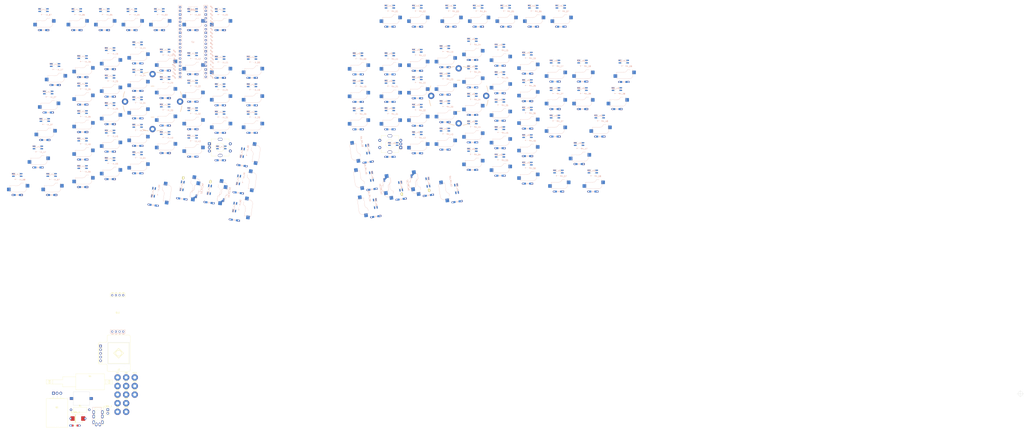
<source format=kicad_pcb>
(kicad_pcb (version 20221018) (generator pcbnew)
  (layers (0 "F.Cu" signal) (31 "B.Cu" signal) (34 "B.Paste" user) (35 "F.Paste" user) (36 "B.SilkS" user "B.Silkscreen") (37 "F.SilkS" user "F.Silkscreen") (38 "B.Mask" user) (39 "F.Mask" user) (44 "Edge.Cuts" user))
  (net 0 "")
  (net 1 "row0")
  (net 2 "row1")
  (net 3 "row2")
  (net 4 "row3")
  (net 5 "row4")
  (net 6 "row5")
  (net 7 "VCC")
  (net 8 "Net-(D102-A)")
  (net 9 "Net-(J_SOL_1-Pin_1)")
  (net 10 "SDA")
  (net 11 "SCL")
  (net 13 "GND")
  (net 14 "SPEAKER")
  (net 15 "Net-(Q1-B)")
  (net 16 "SOLENOID_CONTROL")
  (net 17 "col8")
  (net 18 "LED")
  (net 19 "col7")
  (net 20 "col3")
  (net 21 "col2")
  (net 22 "encA")
  (net 23 "encB")
  (net 24 "data1TX")
  (net 25 "data1RX")
  (net 26 "col0")
  (net 27 "col4")
  (net 28 "col5")
  (net 29 "col6")
  (net 36 "Net-(D_LH_00-A)")
  (net 37 "Net-(D_LH_01-A)")
  (net 38 "Net-(D_LH_02-A)")
  (net 39 "Net-(D_LH_03-A)")
  (net 40 "Net-(D_LH_04-A)")
  (net 41 "Net-(D_LH_05-A)")
  (net 42 "Net-(D_LH_06-A)")
  (net 43 "Net-(D_LH_07-A)")
  (net 44 "Net-(D_LH_10-A)")
  (net 45 "Net-(D_LH_11-A)")
  (net 46 "Net-(D_LH_12-A)")
  (net 47 "Net-(D_LH_13-A)")
  (net 48 "Net-(D_LH_14-A)")
  (net 49 "Net-(D_LH_15-A)")
  (net 50 "Net-(D_LH_16-A)")
  (net 51 "Net-(D_LH_17-A)")
  (net 52 "Net-(D_LH_20-A)")
  (net 53 "Net-(D_LH_21-A)")
  (net 54 "Net-(D_LH_22-A)")
  (net 55 "Net-(D_LH_23-A)")
  (net 56 "Net-(D_LH_24-A)")
  (net 57 "Net-(D_LH_25-A)")
  (net 58 "Net-(D_LH_26-A)")
  (net 59 "Net-(D_LH_27-A)")
  (net 60 "Net-(D_LH_30-A)")
  (net 61 "Net-(D_LH_31-A)")
  (net 62 "Net-(D_LH_32-A)")
  (net 63 "Net-(D_LH_33-A)")
  (net 64 "Net-(D_LH_34-A)")
  (net 65 "Net-(D_LH_35-A)")
  (net 66 "Net-(D_LH_36-A)")
  (net 67 "Net-(D_LH_37-A)")
  (net 68 "Net-(D_LH_40-A)")
  (net 69 "SW_LH_41_B")
  (net 70 "Net-(D_LH_42-A)")
  (net 71 "Net-(D_LH_43-A)")
  (net 72 "Net-(D_LH_44-A)")
  (net 73 "Net-(D_LH_45-A)")
  (net 74 "Net-(D_LH_46-A)")
  (net 75 "Net-(D_LH_47-A)")
  (net 76 "Net-(D_LH_50-A)")
  (net 77 "Net-(D_LH_51-A)")
  (net 78 "Net-(D_LH_52-A)")
  (net 79 "Net-(D_LH_53-A)")
  (net 80 "Net-(D_LH_54-A)")
  (net 81 "Net-(D_LH_55-A)")
  (net 82 "Net-(D_LH_56-A)")
  (net 83 "Net-(D_LH_57-A)")
  (net 84 "Net-(D_LH_58-A)")
  (net 85 "Net-(D_RH_00-A)")
  (net 86 "Net-(D_RH_01-A)")
  (net 87 "Net-(D_RH_02-A)")
  (net 88 "Net-(D_RH_03-A)")
  (net 89 "Net-(D_RH_04-A)")
  (net 90 "Net-(D_RH_05-A)")
  (net 91 "Net-(D_RH_06-A)")
  (net 92 "Net-(D_RH_07-A)")
  (net 93 "Net-(D_RH_08-A)")
  (net 94 "Net-(D_RH_10-A)")
  (net 95 "Net-(D_RH_11-A)")
  (net 96 "Net-(D_RH_12-A)")
  (net 97 "Net-(D_RH_13-A)")
  (net 98 "Net-(D_RH_14-A)")
  (net 99 "Net-(D_RH_15-A)")
  (net 100 "Net-(D_RH_16-A)")
  (net 101 "Net-(D_RH_17-A)")
  (net 102 "Net-(D_RH_18-A)")
  (net 103 "Net-(D_RH_20-A)")
  (net 104 "Net-(D_RH_21-A)")
  (net 105 "Net-(D_RH_22-A)")
  (net 106 "Net-(D_RH_23-A)")
  (net 107 "Net-(D_RH_24-A)")
  (net 108 "Net-(D_RH_25-A)")
  (net 109 "Net-(D_RH_26-A)")
  (net 110 "Net-(D_RH_27-A)")
  (net 111 "Net-(D_RH_28-A)")
  (net 112 "Net-(D_RH_30-A)")
  (net 113 "Net-(D_RH_31-A)")
  (net 114 "Net-(D_RH_33-A)")
  (net 115 "Net-(D_RH_34-A)")
  (net 116 "Net-(D_RH_35-A)")
  (net 117 "Net-(D_RH_36-A)")
  (net 118 "Net-(D_RH_37-A)")
  (net 119 "Net-(D_RH_38-A)")
  (net 120 "Net-(D_RH_40-A)")
  (net 121 "SW_RH_41_B")
  (net 122 "Net-(D_RH_42-A)")
  (net 123 "Net-(D_RH_43-A)")
  (net 124 "Net-(D_RH_44-A)")
  (net 125 "Net-(D_RH_45-A)")
  (net 126 "Net-(D_RH_46-A)")
  (net 127 "Net-(D_RH_47-A)")
  (net 128 "Net-(D_RH_48-A)")
  (net 129 "Net-(D_RH_50-A)")
  (net 130 "Net-(D_RH_51-A)")
  (net 131 "Net-(D_RH_52-A)")
  (net 132 "Net-(D_RH_53-A)")
  (net 133 "Net-(D_RH_54-A)")
  (net 134 "Net-(D_RH_55-A)")
  (net 135 "Net-(D_RH_56-A)")
  (net 136 "Net-(D_RH_57-A)")
  (net 137 "Net-(D_RH_58-A)")
  (net 138 "SW_LH_41_A")
  (net 139 "Net-(D_RH_32-A)")
  (net 140 "row0_rh")
  (net 141 "row1_rh")
  (net 142 "row2_rh")
  (net 143 "row3_rh")
  (net 144 "row4_rh")
  (net 145 "row5_rh")
  (net 146 "SW_RH_41_A")
  (net 147 "VDD")
  (net 251 "col0_rh")
  (net 252 "col2_rh")
  (net 253 "col3_rh")
  (net 254 "col4_rh")
  (net 255 "col5_rh")
  (net 256 "col6_rh")
  (net 257 "col7_rh")
  (net 258 "col8_rh")
  (footprint "MountingHole:MountingHole_2.2mm_M2_Pad_Via" (layer "F.Cu") (at -166.7175 127.69875)
    (fp_text reference "H6")
    (fp_text value "MountingHole")
  )
  (footprint "Resistor_THT:R_Axial_DIN0309_L9.0mm_D3.2mm_P12.70mm_Horizontal" (layer "F.Cu") (at -204.8875 150.06875)
    (fp_text reference "R1")
    (fp_text value "1k")
  )
  (footprint "ergodonk_kicad_library:Tenting_Puck.kicad_mod_nocenter" (layer "F.Cu") (at -148.43125 -63.5)
    (fp_text reference "H14")
    (fp_text value "Tenting puck mount")
  )
  (footprint "ergodonk_kicad_library:pimoroni_trackball" (layer "F.Cu") (at -184.4175 105.93375)
    (fp_text reference "J2")
    (fp_text value "Pimaroni Trackball")
    (fp_rect (start 5.01 -2.55) (end 20.01 12.45) (stroke (width 0.12)) (fill none) (layer "Edge.Cuts"))
  )
  (footprint "MountingHole:MountingHole_2.2mm_M2_Pad_Via" (layer "F.Cu") (at -166.7175 151.49875)
    (fp_text reference "H10")
    (fp_text value "MountingHole")
  )
  (footprint "ergodonk_kicad_library:MUR340S_IN4001_TH_HYBRID" (layer "F.Cu") (at -200.1205 156.17125)
    (fp_text reference "D_SOL_1")
    (fp_text value "MUR340S")
  )
  (footprint "MountingHole:MountingHole_2.2mm_M2_Pad_Via" (layer "F.Cu") (at -172.6675 133.64875)
    (fp_text reference "H2")
    (fp_text value "MountingHole")
  )
  (footprint "MountingHole:MountingHole_2.2mm_M2_Pad_Via" (layer "F.Cu") (at -172.6675 151.49875)
    (fp_text reference "H5")
    (fp_text value "MountingHole")
  )
  (footprint "MountingHole:MountingHole_2.2mm_M2_Pad_Via" (layer "F.Cu") (at -172.6675 145.54875)
    (fp_text reference "H4")
    (fp_text value "MountingHole")
  )
  (footprint "MountingHole:MountingHole_2.2mm_M2_Pad_Via" (layer "F.Cu") (at -160.7675 127.69875)
    (fp_text reference "H11")
    (fp_text value "MountingHole")
  )
  (footprint "ergodonk_kicad_library:OLED SSD1306 128x64 UNVERIFIED" (layer "F.Cu") (at -172.5325 83.31375)
    (fp_text reference "OL1")
    (fp_text value "OLED")
  )
  (footprint "ergodonk_pico:D3_TH_SMD_v2" (layer "F.Cu") (at -202.0735 161.04375)
    (fp_text reference "D102" hide)
    (fp_text value "D" hide)
  )
  (footprint "ergodonk_kicad_library:Tenting_Puck.kicad_mod_nocenter" (layer "F.Cu") (at 63.5 -67.46875)
    (fp_text reference "H15")
    (fp_text value "Tenting puck mount")
  )
  (footprint "ergodonk_kicad_library:AST1109MLTRQ" (layer "F.Cu") (at -197.7333 142.27095)
    (fp_text reference "LS1" hide)
    (fp_text value "AST1109MLTRQ_MAL" hide)
    (fp_rect (start -5.65 -4.65) (end 5.65 4.65) (stroke (width 0.12)) (fill none) (layer "Edge.Cuts"))
  )
  (footprint "ergodonk_kicad_library:RotaryEncoder_EC11_ergodonk_variant" (layer "F.Cu") (at 15.875 -34.13125 180)
    (fp_text reference "SWRH_ROT1")
    (fp_text value "RotaryEncoder_Switch")
  )
  (footprint "ergodonk_kicad_library:MJ-4PP-9_CANTOR_KITCHEN_SINK" (layer "F.Cu") (at -185.2875 148.44375)
    (fp_text reference "J3")
    (fp_text value "AudioJack4" hide)
  )
  (footprint "MountingHole:MountingHole_2.2mm_M2_Pad_Via" (layer "F.Cu") (at -172.6675 139.59875)
    (fp_text reference "H3")
    (fp_text value "MountingHole")
  )
  (footprint "ergodonk_kicad_library:uxcell a14092600ux0438 solenoid" (layer "F.Cu") (at -191.6975 130.78375)
    (fp_text reference "S1")
    (fp_text value "Solenoid")
  )
  (footprint "MountingHole:MountingHole_2.2mm_M2_Pad_Via" (layer "F.Cu") (at -166.7175 133.64875)
    (fp_text reference "H7")
    (fp_text value "MountingHole")
  )
  (footprint "MountingHole:MountingHole_2.2mm_M2_Pad_Via" (layer "F.Cu") (at -160.7675 139.59875)
    (fp_text reference "H13")
    (fp_text value "MountingHole")
  )
  (footprint "MountingHole:MountingHole_2.2mm_M2_Pad_Via" (layer "F.Cu") (at -160.7675 133.64875)
    (fp_text reference "H12")
    (fp_text value "MountingHole")
  )
  (footprint "MountingHole:MountingHole_2.2mm_M2_Pad_Via" (layer "F.Cu") (at -166.7175 145.54875)
    (fp_text reference "H9")
    (fp_text value "MountingHole")
  )
  (footprint "Connector_PinHeader_2.54mm:PinHeader_1x02_P2.54mm_Vertical" (layer "F.Cu") (at -179.3875 150.01875)
    (fp_text reference "J_SOL_1")
    (fp_text value "Conn_01x02_Female")
  )
  (footprint "MountingHole:MountingHole_2.2mm_M2_Pad_Via" (layer "F.Cu") (at -172.6675 127.69875)
    (fp_text reference "H1")
    (fp_text value "MountingHole")
  )
  (footprint "MountingHole:MountingHole_2.2mm_M2_Pad_Via" (layer "F.Cu") (at -166.7175 139.59875)
    (fp_text reference "H8")
    (fp_text value "MountingHole")
  )
  (footprint "ergodonk_kicad_library:RotaryEncoder_EC11_ergodonk_variant" (layer "F.Cu") (at -101.6 -31.75)
    (fp_text reference "SWLH_ROT1")
    (fp_text value "RotaryEncoder_Switch")
  )
  (footprint "ergodonk_kicad_library:Tip 120 with heatsink" (layer "F.Cu") (at -214.5225 149.85625)
    (fp_text reference "Q1")
    (fp_text value "TIP120")
  )
  (footprint "ergodonk_pico:SK6812-MINI-E" (layer "B.Cu") (at -101.6 -74.81 180)
    (fp_text reference "L_LH_21")
    (fp_text value "SK6812MINI-E")
    (fp_line (start -1.7 -1.49) (end -1.7 1.51) (stroke (width 0.1)) (layer "Edge.Cuts"))
    (fp_line (start 1.7 -1.49) (end -1.7 -1.49) (stroke (width 0.1)) (layer "Edge.Cuts"))
    (fp_line (start 1.7 1.51) (end -1.7 1.51) (stroke (width 0.1)) (layer "Edge.Cuts"))
    (fp_line (start 1.7 1.51) (end 1.7 -1.49) (stroke (width 0.1)) (layer "Edge.Cuts"))
  )
  (footprint "ergodonk_pico:V2_CherryMX_Hotswap" (layer "B.Cu") (at -177.8 -37.75 180)
    (fp_text reference "SW_LH_45")
    (fp_text value "SW_PUSH" hide)
  )
  (footprint "ergodonk_pico:SK6812-MINI-E" (layer "B.Cu") (at -147.783895 -0.698785 -98)
    (fp_text reference "L_LH_53")
    (fp_text value "SK6812MINI-E")
    (fp_line (start -1.7 -1.49) (end -1.7 1.51) (stroke (width 0.1)) (layer "Edge.Cuts"))
    (fp_line (start 1.7 -1.49) (end -1.7 -1.49) (stroke (width 0.1)) (layer "Edge.Cuts"))
    (fp_line (start 1.7 1.51) (end -1.7 1.51) (stroke (width 0.1)) (layer "Edge.Cuts"))
    (fp_line (start 1.7 1.51) (end 1.7 -1.49) (stroke (width 0.1)) (layer "Edge.Cuts"))
  )
  (footprint "ergodonk_pico:V2_CherryMX_Hotswap" (layer "B.Cu") (at -158.75 -79.85 180)
    (fp_text reference "SW_LH_24")
    (fp_text value "SW_PUSH" hide)
  )
  (footprint "ergodonk_pico:SK6812-MINI-E" (layer "B.Cu") (at 73.025 -68.14125 180)
    (fp_text reference "L_RH_34")
    (fp_text value "SK6812MINI-E")
    (fp_line (start -1.7 -1.49) (end -1.7 1.51) (stroke (width 0.1)) (layer "Edge.Cuts"))
    (fp_line (start 1.7 -1.49) (end -1.7 -1.49) (stroke (width 0.1)) (layer "Edge.Cuts"))
    (fp_line (start 1.7 1.51) (end -1.7 1.51) (stroke (width 0.1)) (layer "Edge.Cuts"))
    (fp_line (start 1.7 1.51) (end 1.7 -1.49) (stroke (width 0.1)) (layer "Edge.Cuts"))
  )
  (footprint "ergodonk_pico:D3_TH_SMD_v2" (layer "B.Cu") (at 15.875 -63.30625 180)
    (fp_text reference "D_RH_21" hide)
    (fp_text value "D" hide)
  )
  (footprint "ergodonk_pico:D3_TH_SMD_v2" (layer "B.Cu") (at 111.125 -25.70625 180)
    (fp_text reference "D_RH_46" hide)
    (fp_text value "D" hide)
  )
  (footprint "ergodonk_pico:V2_CherryMX_Hotswap" (layer "B.Cu") (at -79.55 -88.9 180)
    (fp_text reference "SW_LH_00")
    (fp_text value "SW_PUSH" hide)
  )
  (footprint "ergodonk_pico:D3_TH_SMD_v2" (layer "B.Cu") (at 111.125 -63.80625 180)
    (fp_text reference "D_RH_26" hide)
    (fp_text value "D" hide)
  )
  (footprint "ergodonk_pico:SK6812-MINI-E" (layer "B.Cu") (at 173.0375 -72.19125 180)
    (fp_text reference "L_RH_38")
    (fp_text value "SK6812MINI-E")
    (fp_line (start -1.7 -1.49) (end -1.7 1.51) (stroke (width 0.1)) (layer "Edge.Cuts"))
    (fp_line (start 1.7 -1.49) (end -1.7 -1.49) (stroke (width 0.1)) (layer "Edge.Cuts"))
    (fp_line (start 1.7 1.51) (end -1.7 1.51) (stroke (width 0.1)) (layer "Edge.Cuts"))
    (fp_line (start 1.7 1.51) (end 1.7 -1.49) (stroke (width 0.1)) (layer "Edge.Cuts"))
  )
  (footprint "ergodonk_pico:V2_CherryMX_Hotswap" (layer "B.Cu") (at -181.8 -121.95 180)
    (fp_text reference "SW_LH_05")
    (fp_text value "SW_PUSH" hide)
  )
  (footprint "ergodonk_pico:SK6812-MINI-E" (layer "B.Cu") (at -218.28125 -12.66 180)
    (fp_text reference "L_LH_57")
    (fp_text value "SK6812MINI-E")
    (fp_line (start -1.7 -1.49) (end -1.7 1.51) (stroke (width 0.1)) (layer "Edge.Cuts"))
    (fp_line (start 1.7 -1.49) (end -1.7 -1.49) (stroke (width 0.1)) (layer "Edge.Cuts"))
    (fp_line (start 1.7 1.51) (end -1.7 1.51) (stroke (width 0.1)) (layer "Edge.Cuts"))
    (fp_line (start 1.7 1.51) (end 1.7 -1.49) (stroke (width 0.1)) (layer "Edge.Cuts"))
  )
  (footprint "ergodonk_pico:SK6812-MINI-E" (layer "B.Cu") (at 146.84375 -34.09125 180)
    (fp_text reference "L_RH_47")
    (fp_text value "SK6812MINI-E")
    (fp_line (start -1.7 -1.49) (end -1.7 1.51) (stroke (width 0.1)) (layer "Edge.Cuts"))
    (fp_line (start 1.7 -1.49) (end -1.7 -1.49) (stroke (width 0.1)) (layer "Edge.Cuts"))
    (fp_line (start 1.7 1.51) (end -1.7 1.51) (stroke (width 0.1)) (layer "Edge.Cuts"))
    (fp_line (start 1.7 1.51) (end 1.7 -1.49) (stroke (width 0.1)) (layer "Edge.Cuts"))
  )
  (footprint "ergodonk_pico:D3_TH_SMD_v2" (layer "B.Cu") (at 23.629622 4.144682 -172)
    (fp_text reference "D_RH_51" hide)
    (fp_text value "D" hide)
  )
  (footprint "ergodonk_pico:D3_TH_SMD_v2" (layer "B.Cu") (at 146.84375 -20.20625 180)
    (fp_text reference "D_RH_47" hide)
    (fp_text value "D" hide)
  )
  (footprint "ergodonk_pico:D3_TH_SMD_v2" (layer "B.Cu") (at -158.75 -32.825 180)
    (fp_text reference "D_LH_44" hide)
    (fp_text value "D" hide)
  )
  (footprint "ergodonk_pico:D3_TH_SMD_v2" (layer "B.Cu") (at 111.125 -82.85625 180)
    (fp_text reference "D_RH_16" hide)
    (fp_text value "D" hide)
  )
  (footprint "ergodonk_pico:SK6812-MINI-E" (layer "B.Cu") (at 23.33468 -4.851825 98)
    (fp_text reference "L_RH_51")
    (fp_text value "SK6812MINI-E")
    (fp_line (start -1.7 -1.49) (end -1.7 1.51) (stroke (width 0.1)) (layer "Edge.Cuts"))
    (fp_line (start 1.7 -1.49) (end -1.7 -1.49) (stroke (width 0.1)) (layer "Edge.Cuts"))
    (fp_line (start 1.7 1.51) (end -1.7 1.51) (stroke (width 0.1)) (layer "Edge.Cuts"))
    (fp_line (start 1.7 1.51) (end 1.7 -1.49) (stroke (width 0.1)) (layer "Edge.Cuts"))
  )
  (footprint "ergodonk_pico:D3_TH_SMD_v2" (layer "B.Cu") (at -177.8 -66.925 180)
    (fp_text reference "D_LH_25" hide)
    (fp_text value "D" hide)
  )
  (footprint "ergodonk_pico:V2_CherryMX_Hotswap" (layer "B.Cu") (at -242.09375 -7.7 180)
    (fp_text reference "SW_LH_58")
    (fp_text value "SW_PUSH" hide)
  )
  (footprint "ergodonk_pico:SK6812-MINI-E" (layer "B.Cu") (at 0.493202 -30.497485 98)
    (fp_text reference "L_RH_30")
    (fp_text value "SK6812MINI-E")
    (fp_line (start -1.7 -1.49) (end -1.7 1.51) (stroke (width 0.1)) (layer "Edge.Cuts"))
    (fp_line (start 1.7 -1.49) (end -1.7 -1.49) (stroke (width 0.1)) (layer "Edge.Cuts"))
    (fp_line (start 1.7 1.51) (end -1.7 1.51) (stroke (width 0.1)) (layer "Edge.Cuts"))
    (fp_line (start 1.7 1.51) (end 1.7 -1.49) (stroke (width 0.1)) (layer "Edge.Cuts"))
  )
  (footprint "ergodonk_pico:SK6812-MINI-E" (layer "B.Cu") (at 18.25625 -34.13125 180)
    (fp_text reference "L_RH_41")
    (fp_text value "SK6812MINI-E")
    (fp_line (start -1.7 -1.49) (end -1.7 1.51) (stroke (width 0.1)) (layer "Edge.Cuts"))
    (fp_line (start 1.7 -1.49) (end -1.7 -1.49) (stroke (width 0.1)) (layer "Edge.Cuts"))
    (fp_line (start 1.7 1.51) (end -1.7 1.51) (stroke (width 0.1)) (layer "Edge.Cuts"))
    (fp_line (start 1.7 1.51) (end 1.7 -1.49) (stroke (width 0.1)) (layer "Edge.Cuts"))
  )
  (footprint "ergodonk_pico:SK6812-MINI-E" (layer "B.Cu") (at -158.75 -84.81 180)
    (fp_text reference "L_LH_24")
    (fp_text value "SK6812MINI-E")
    (fp_line (start -1.7 -1.49) (end -1.7 1.51) (stroke (width 0.1)) (layer "Edge.Cuts"))
    (fp_line (start 1.7 -1.49) (end -1.7 -1.49) (stroke (width 0.1)) (layer "Edge.Cuts"))
    (fp_line (start 1.7 1.51) (end -1.7 1.51) (stroke (width 0.1)) (layer "Edge.Cuts"))
    (fp_line (start 1.7 1.51) (end 1.7 -1.49) (stroke (width 0.1)) (layer "Edge.Cuts"))
  )
  (footprint "ergodonk_pico:SK6812-MINI-E" (layer "B.Cu") (at -120.65 -58.26 180)
    (fp_text reference "L_LH_32")
    (fp_text value "SK6812MINI-E")
    (fp_line (start -1.7 -1.49) (end -1.7 1.51) (stroke (width 0.1)) (layer "Edge.Cuts"))
    (fp_line (start 1.7 -1.49) (end -1.7 -1.49) (stroke (width 0.1)) (layer "Edge.Cuts"))
    (fp_line (start 1.7 1.51) (end -1.7 1.51) (stroke (width 0.1)) (layer "Edge.Cuts"))
    (fp_line (start 1.7 1.51) (end 1.7 -1.49) (stroke (width 0.1)) (layer "Edge.Cuts"))
  )
  (footprint "ergodonk_pico:V2_CherryMX_Hotswap" (layer "B.Cu") (at -86.609753 10.30333 -98)
    (fp_text reference "SW_LH_50")
    (fp_text value "SW_PUSH" hide)
  )
  (footprint "ergodonk_pico:D3_TH_SMD_v2" (layer "B.Cu") (at -158.75 -89.975 180)
    (fp_text reference "D_LH_14" hide)
    (fp_text value "D" hide)
  )
  (footprint "ergodonk_pico:D3_TH_SMD_v2" (layer "B.Cu") (at 34.925 -65.80625 180)
    (fp_text reference "D_RH_22" hide)
    (fp_text value "D" hide)
  )
  (footprint "ergodonk_pico:V2_CherryMX_KailhV2_Hotswap" (layer "B.Cu") (at -123.013343 -4.431463 -98)
    (fp_text reference "SW_LH_52")
    (fp_text value "SW_PUSH" hide)
  )
  (footprint "ergodonk_pico:SK6812-MINI-E" (layer "B.Cu") (at -158.75 -46.71 180)
    (fp_text reference "L_LH_44")
    (fp_text value "SK6812MINI-E")
    (fp_line (start -1.7 -1.49) (end -1.7 1.51) (stroke (width 0.1)) (layer "Edge.Cuts"))
    (fp_line (start 1.7 -1.49) (end -1.7 -1.49) (stroke (width 0.1)) (layer "Edge.Cuts"))
    (fp_line (start 1.7 1.51) (end -1.7 1.51) (stroke (width 0.1)) (layer "Edge.Cuts"))
    (fp_line (start 1.7 1.51) (end 1.7 -1.49) (stroke (width 0.1)) (layer "Edge.Cuts"))
  )
  (footprint "ergodonk_pico:D3_TH_SMD_v2" (layer "B.Cu") (at -218.28125 1.225 180)
    (fp_text reference "D_LH_57" hide)
    (fp_text value "D" hide)
  )
  (footprint "ergodonk_pico:D3_TH_SMD_v2" (layer "B.Cu") (at 53.975 -68.30625 180)
    (fp_text reference "D_RH_23" hide)
    (fp_text value "D" hide)
  )
  (footprint "ergodonk_pico:V2_CherryMX_Hotswap" (layer "B.Cu") (at 177.8 -86.28125 180)
    (fp_text reference "SW_RH_08")
    (fp_text value "SW_PUSH" hide)
  )
  (footprint "ergodonk_pico:V2_CherryMX_Hotswap" (layer "B.Cu") (at 57.146382 -2.389792 98)
    (fp_text reference "SW_RH_53")
    (fp_text value "SW_PUSH" hide)
  )
  (footprint "ergodonk_pico:D3_TH_SMD_v2" (layer "B.Cu") (at 92.075 -50.25625 180)
    (fp_text reference "D_RH_35" hide)
    (fp_text value "D" hide)
  )
  (footprint "ergodonk_pico:V2_CherryMX_Hotswap" (layer "B.Cu") (at -101.6 -88.9 180)
    (fp_text reference "SW_LH_11")
    (fp_text value "SW_PUSH" hide)
  )
  (footprint "ergodonk_pico:D3_TH_SMD_v2" (layer "B.Cu") (at -120.65 -25.325 180)
    (fp_text reference "D_LH_42" hide)
    (fp_text value "D" hide)
  )
  (footprint "ergodonk_pico:SK6812-MINI-E" (layer "B.Cu") (at -127.925073 -5.121762 -98)
    (fp_text reference "L_LH_52")
    (fp_text value "SK6812MINI-E")
    (fp_line (start -1.7 -1.49) (end -1.7 1.51) (stroke (width 0.1)) (layer "Edge.Cuts"))
    (fp_line (start 1.7 -1.49) (end -1.7 -1.49) (stroke (width 0.1)) (layer "Edge.Cuts"))
    (fp_line (start 1.7 1.51) (end -1.7 1.51) (stroke (width 0.1)) (layer "Edge.Cuts"))
    (fp_line (start 1.7 1.51) (end 1.7 -1.49) (stroke (width 0.1)) (layer "Edge.Cuts"))
  )
  (footprint "ergodonk_pico:D3_TH_SMD_v2" (layer "B.Cu") (at -128.220015 3.874743 172)
    (fp_text reference "D_LH_52" hide)
    (fp_text value "D" hide)
  )
  (footprint "ergodonk_pico:V2_CherryMX_Hotswap" (layer "B.Cu") (at 161.13125 -48.18125 180)
    (fp_text reference "SW_RH_48")
    (fp_text value "SW_PUSH" hide)
  )
  (footprint "ergodonk_pico:SK6812-MINI-E" (layer "B.Cu") (at 111.125 -96.74125 180)
    (fp_text reference "L_RH_16")
    (fp_text value "SK6812MINI-E")
    (fp_line (start -1.7 -1.49) (end -1.7 1.51) (stroke (width 0.1)) (layer "Edge.Cuts"))
    (fp_line (start 1.7 -1.49) (end -1.7 -1.49) (stroke (width 0.1)) (layer "Edge.Cuts"))
    (fp_line (start 1.7 1.51) (end -1.7 1.51) (stroke (width 0.1)) (layer "Edge.Cuts"))
    (fp_line (start 1.7 1.51) (end 1.7 -1.49) (stroke (width 0.1)) (layer "Edge.Cuts"))
  )
  (footprint "ergodonk_pico:V2_CherryMX_Hotswap" (layer "B.Cu") (at -158.75 -60.8 180)
    (fp_text reference "SW_LH_34")
    (fp_text value "SW_PUSH" hide)
  )
  (footprint "ergodonk_pico:V2_CherryMX_KailhV2_Hotswap" (layer "B.Cu") (at -104.148736 -1.780221 -98)
    (fp_text reference "SW_LH_51")
    (fp_text value "SW_PUSH" hide)
  )
  (footprint "ergodonk_pico:SK6812-MINI-E" (layer "B.Cu") (at -139.7 -98.86 180)
    (fp_text reference "L_LH_13")
    (fp_text value "SK6812MINI-E")
    (fp_line (start -1.7 -1.49) (end -1.7 1.51) (stroke (width 0.1)) (layer "Edge.Cuts"))
    (fp_line (start 1.7 -1.49) (end -1.7 -1.49) (stroke (width 0.1)) (layer "Edge.Cuts"))
    (fp_line (start 1.7 1.51) (end -1.7 1.51) (stroke (width 0.1)) (layer "Edge.Cuts"))
    (fp_line (start 1.7 1.51) (end 1.7 -1.49) (stroke (width 0.1)) (layer "Edge.Cuts"))
  )
  (footprint "ergodonk_pico:D3_TH_SMD_v2" (layer "B.Cu") (at 149.225 -77.35625 180)
    (fp_text reference "D_RH_18" hide)
    (fp_text value "D" hide)
  )
  (footprint "ergodonk_pico:V2_CherryMX_Hotswap" (layer "B.Cu") (at 53.975 -77.23125 180)
    (fp_text reference "SW_RH_23")
    (fp_text value "SW_PUSH" hide)
  )
  (footprint "ergodonk_pico:SK6812-MINI-E" (layer "B.Cu") (at -158.75 -65.76 180)
    (fp_text reference "L_LH_34")
    (fp_text value "SK6812MINI-E")
    (fp_line (start -1.7 -1.49) (end -1.7 1.51) (stroke (width 0.1)) (layer "Edge.Cuts"))
    (fp_line (start 1.7 -1.49) (end -1.7 -1.49) (stroke (width 0.1)) (layer "Edge.Cuts"))
    (fp_line (start 1.7 1.51) (end -1.7 1.51) (stroke (width 0.1)) (layer "Edge.Cuts"))
    (fp_line (start 1.7 1.51) (end 1.7 -1.49) (stroke (width 0.1)) (layer "Edge.Cuts"))
  )
  (footprint "ergodonk_pico:D3_TH_SMD_v2" (layer "B.Cu") (at -86.51045 -19.144432 172)
    (fp_text reference "D_LH_30" hide)
    (fp_text value "D" hide)
  )
  (footprint "ergodonk_pico:D3_TH_SMD_v2" (layer "B.Cu") (at 15.875 -25.19625 180)
    (fp_text reference "D_RH_41" hide)
    (fp_text value "D" hide)
  )
  (footprint "ergodonk_pico:V2_CherryMX_Hotswap" (layer "B.Cu") (at 15.875 -53.18125 180)
    (fp_text reference "SW_RH_31")
    (fp_text value "SW_PUSH" hide)
  )
  (footprint "ergodonk_pico:V2_CherryMX_Hotswap" (layer "B.Cu") (at -196.85 -70.35 180)
    (fp_text reference "SW_LH_26")
    (fp_text value "SW_PUSH" hide)
  )
  (footprint "ergodonk_pico:SK6812-MINI-E" (layer "B.Cu") (at -6.175 -96.24125 180)
    (fp_text reference "L_RH_00")
    (fp_text value "SK6812MINI-E")
    (fp_line (start -1.7 -1.49) (end -1.7 1.51) (stroke (width 0.1)) (layer "Edge.Cuts"))
    (fp_line (start 1.7 -1.49) (end -1.7 -1.49) (stroke (width 0.1)) (layer "Edge.Cuts"))
    (fp_line (start 1.7 1.51) (end -1.7 1.51) (stroke (width 0.1)) (layer "Edge.Cuts"))
    (fp_line (start 1.7 1.51) (end 1.7 -1.49) (stroke (width 0.1)) (layer "Edge.Cuts"))
  )
  (footprint "ergodonk_pico:V2_CherryMX_Hotswap" (layer "B.Cu") (at 173.0375 -67.23125 180)
    (fp_text reference "SW_RH_38")
    (fp_text value "SW_PUSH" hide)
  )
  (footprint "ergodonk_pico:SK6812-MINI-E" (layer "B.Cu") (at 130.175 -91.24125 180)
    (fp_text reference "L_RH_17")
    (fp_text value "SK6812MINI-E")
    (fp_line (start -1.7 -1.49) (end -1.7 1.51) (stroke (width 0.1)) (layer "Edge.Cuts"))
    (fp_line (start 1.7 -1.49) (end -1.7 -1.49) (stroke (width 0.1)) (layer "Edge.Cuts"))
    (fp_line (start 1.7 1.51) (end -1.7 1.51) (stroke (width 0.1)) (layer "Edge.Cuts"))
    (fp_line (start 1.7 1.51) (end 1.7 -1.49) (stroke (width 0.1)) (layer "Edge.Cuts"))
  )
  (footprint "ergodonk_pico:SK6812-MINI-E" (layer "B.Cu") (at 15.875 -96.24125 180)
    (fp_text reference "L_RH_11")
    (fp_text value "SK6812MINI-E")
    (fp_line (start -1.7 -1.49) (end -1.7 1.51) (stroke (width 0.1)) (layer "Edge.Cuts"))
    (fp_line (start 1.7 -1.49) (end -1.7 -1.49) (stroke (width 0.1)) (layer "Edge.Cuts"))
    (fp_line (start 1.7 1.51) (end -1.7 1.51) (stroke (width 0.1)) (layer "Edge.Cuts"))
    (fp_line (start 1.7 1.51) (end 1.7 -1.49) (stroke (width 0.1)) (layer "Edge.Cuts"))
  )
  (footprint "ergodonk_pico:D3_TH_SMD_v2" (layer "B.Cu") (at 96.075 -115.40625 180)
    (fp_text reference "D_RH_05" hide)
    (fp_text value "D" hide)
  )
  (footprint "ergodonk_pico:SK6812-MINI-E" (layer "B.Cu") (at -196.85 -56.26 180)
    (fp_text reference "L_LH_36")
    (fp_text value "SK6812MINI-E")
    (fp_line (start -1.7 -1.49) (end -1.7 1.51) (stroke (width 0.1)) (layer "Edge.Cuts"))
    (fp_line (start 1.7 -1.49) (end -1.7 -1.49) (stroke (width 0.1)) (layer "Edge.Cuts"))
    (fp_line (start 1.7 1.51) (end -1.7 1.51) (stroke (width 0.1)) (layer "Edge.Cuts"))
    (fp_line (start 1.7 1.51) (end 1.7 -1.49) (stroke (width 0.1)) (layer "Edge.Cuts"))
  )
  (footprint "ergodonk_pico:SK6812-MINI-E" (layer "B.Cu") (at 130.175 -72.19125 180)
    (fp_text reference "L_RH_27")
    (fp_text value "SK6812MINI-E")
    (fp_line (start -1.7 -1.49) (end -1.7 1.51) (stroke (width 0.1)) (layer "Edge.Cuts"))
    (fp_line (start 1.7 -1.49) (end -1.7 -1.49) (stroke (width 0.1)) (layer "Edge.Cuts"))
    (fp_line (start 1.7 1.51) (end -1.7 1.51) (stroke (width 0.1)) (layer "Edge.Cuts"))
    (fp_line (start 1.7 1.51) (end 1.7 -1.49) (stroke (width 0.1)) (layer "Edge.Cuts"))
  )
  (footprint "ergodonk_pico:SK6812-MINI-E" (layer "B.Cu") (at -196.85 -75.31 180)
    (fp_text reference "L_LH_26")
    (fp_text value "SK6812MINI-E")
    (fp_line (start -1.7 -1.49) (end -1.7 1.51) (stroke (width 0.1)) (layer "Edge.Cuts"))
    (fp_line (start 1.7 -1.49) (end -1.7 -1.49) (stroke (width 0.1)) (layer "Edge.Cuts"))
    (fp_line (start 1.7 1.51) (end -1.7 1.51) (stroke (width 0.1)) (layer "Edge.Cuts"))
    (fp_line (start 1.7 1.51) (end 1.7 -1.49) (stroke (width 0.1)) (layer "Edge.Cuts"))
  )
  (footprint "ergodonk_pico:D3_TH_SMD_v2" (layer "B.Cu") (at 73.025 -16.15625 180)
    (fp_text reference "D_RH_54" hide)
    (fp_text value "D" hide)
  )
  (footprint "ergodonk_pico:V2_CherryMX_Hotswap" (layer "B.Cu") (at -79.55 -50.8 180)
    (fp_text reference "SW_LH_20")
    (fp_text value "SW_PUSH" hide)
  )
  (footprint "ergodonk_pico:D3_TH_SMD_v2" (layer "B.Cu") (at 149.225 -58.30625 180)
    (fp_text reference "D_RH_28" hide)
    (fp_text value "D" hide)
  )
  (footprint "ergodonk_pico:D3_TH_SMD_v2" (layer "B.Cu") (at 15.875 -115.40625 180)
    (fp_text reference "D_RH_01" hide)
    (fp_text value "D" hide)
  )
  (footprint "ergodonk_pico:SK6812-MINI-E" (layer "B.Cu") (at 34.925 -98.74125 180)
    (fp_text reference "L_RH_12")
    (fp_text value "SK6812MINI-E")
    (fp_line (start -1.7 -1.49) (end -1.7 1.51) (stroke (width 0.1)) (layer "Edge.Cuts"))
    (fp_line (start 1.7 -1.49) (end -1.7 -1.49) (stroke (width 0.1)) (layer "Edge.Cuts"))
    (fp_line (start 1.7 1.51) (end -1.7 1.51) (stroke (width 0.1)) (layer "Edge.Cuts"))
    (fp_line (start 1.7 1.51) (end 1.7 -1.49) (stroke (width 0.1)) (layer "Edge.Cuts"))
  )
  (footprint "ergodonk_pico:SK6812-MINI-E" (layer "B.Cu") (at 34.940714 -129.29125 180)
    (fp_text reference "L_RH_2")
    (fp_text value "SK6812MINI-E")
    (fp_line (start -1.7 -1.49) (end -1.7 1.51) (stroke (width 0.1)) (layer "Edge.Cuts"))
    (fp_line (start 1.7 -1.49) (end -1.7 -1.49) (stroke (width 0.1)) (layer "Edge.Cuts"))
    (fp_line (start 1.7 1.51) (end -1.7 1.51) (stroke (width 0.1)) (layer "Edge.Cuts"))
    (fp_line (start 1.7 1.51) (end 1.7 -1.49) (stroke (width 0.1)) (layer "Edge.Cuts"))
  )
  (footprint "ergodonk_pico:V2_CherryMX_Hotswap" (layer "B.Cu") (at 92.075 -21.08125 180)
    (fp_text reference "SW_RH_55")
    (fp_text value "SW_PUSH" hide)
  )
  (footprint "ergodonk_pico:V2_CherryMX_Hotswap" (layer "B.Cu") (at 73.025 -82.23125 180)
    (fp_text reference "SW_RH_24")
    (fp_text value "SW_PUSH" hide)
  )
  (footprint "ergodonk_pico:V2_CherryMX_Hotswap" (layer "B.Cu") (at 156.36875 -10.08125 180)
    (fp_text reference "SW_RH_58")
    (fp_text value "SW_PUSH" hide)
  )
  (footprint "ergodonk_pico:V2_CherryMX_Hotswap" (layer "B.Cu") (at -79.55 -69.85 180)
    (fp_text reference "SW_LH_10")
    (fp_text value "SW_PUSH" hide)
  )
  (footprint "ergodonk_pico:D3_TH_SMD_v2" (layer "B.Cu") (at -120.65 -63.425 180)
    (fp_text reference "D_LH_22" hide)
    (fp_text value "D" hide)
  )
  (footprint "ergodonk_pico:SK6812-MINI-E" (layer "B.Cu") (at 149.225 -72.19125 180)
    (fp_text reference "L_RH_28")
    (fp_text value "SK6812MINI-E")
    (fp_line (start -1.7 -1.49) (end -1.7 1.51) (stroke (width 0.1)) (layer "Edge.Cuts"))
    (fp_line (start 1.7 -1.49) (end -1.7 -1.49) (stroke (width 0.1)) (layer "Edge.Cuts"))
    (fp_line (start 1.7 1.51) (end -1.7 1.51) (stroke (width 0.1)) (layer "Edge.Cuts"))
    (fp_line (start 1.7 1.51) (end 1.7 -1.49) (stroke (width 0.1)) (layer "Edge.Cuts"))
  )
  (footprint "ergodonk_pico:V2_CherryMX_Hotswap" (layer "B.Cu") (at -120.65 -72.35 180)
    (fp_text reference "SW_LH_22")
    (fp_text value "SW_PUSH" hide)
  )
  (footprint "ergodonk_pico:SK6812-MINI-E" (layer "B.Cu") (at 156.36875 -15.04125 180)
    (fp_text reference "L_RH_58")
    (fp_text value "SK6812MINI-E")
    (fp_line (start -1.7 -1.49) (end -1.7 1.51) (stroke (width 0.1)) (layer "Edge.Cuts"))
    (fp_line (start 1.7 -1.49) (end -1.7 -1.49) (stroke (width 0.1)) (layer "Edge.Cuts"))
    (fp_line (start 1.7 1.51) (end -1.7 1.51) (stroke (width 0.1)) (layer "Edge.Cuts"))
    (fp_line (start 1.7 1.51) (end 1.7 -1.49) (stroke (width 0.1)) (layer "Edge.Cuts"))
  )
  (footprint "ergodonk_pico:D3_TH_SMD_v2" (layer "B.Cu") (at 130.175 -77.35625 180)
    (fp_text reference "D_RH_17" hide)
    (fp_text value "D" hide)
  )
  (footprint "ergodonk_pico:V2_CherryMX_Hotswap" (layer "B.Cu") (at -158.75 -98.9 180)
    (fp_text reference "SW_LH_14")
    (fp_text value "SW_PUSH" hide)
  )
  (footprint "ergodonk_pico:D3_TH_SMD_v2" (layer "B.Cu") (at 53.975 -30.20625 180)
    (fp_text reference "D_RH_43" hide)
    (fp_text value "D" hide)
  )
  (footprint "ergodonk_pico:SK6812-MINI-E" (layer "B.Cu") (at 77.02 -129.29125 180)
    (fp_text reference "L_RH_4")
    (fp_text value "SK6812MINI-E")
    (fp_line (start -1.7 -1.49) (end -1.7 1.51) (stroke (width 0.1)) (layer "Edge.Cuts"))
    (fp_line (start 1.7 -1.49) (end -1.7 -1.49) (stroke (width 0.1)) (layer "Edge.Cuts"))
    (fp_line (start 1.7 1.51) (end -1.7 1.51) (stroke (width 0.1)) (layer "Edge.Cuts"))
    (fp_line (start 1.7 1.51) (end 1.7 -1.49) (stroke (width 0.1)) (layer "Edge.Cuts"))
  )
  (footprint "ergodonk_pico:V2_CherryMX_Hotswap" (layer "B.Cu") (at -196.85 -51.3 180)
    (fp_text reference "SW_LH_36")
    (fp_text value "SW_PUSH" hide)
  )
  (footprint "ergodonk_pico:D3_TH_SMD_v2" (layer "B.Cu") (at 73.025 -35.20625 180)
    (fp_text reference "D_RH_44" hide)
    (fp_text value "D" hide)
  )
  (footprint "ergodonk_pico:SK6812-MINI-E" (layer "B.Cu") (at 111.125 -39.59125 180)
    (fp_text reference "L_RH_46")
    (fp_text value "SK6812MINI-E")
    (fp_line (start -1.7 -1.49) (end -1.7 1.51) (stroke (width 0.1)) (layer "Edge.Cuts"))
    (fp_line (start 1.7 -1.49) (end -1.7 -1.49) (stroke (width 0.1)) (layer "Edge.Cuts"))
    (fp_line (start 1.7 1.51) (end -1.7 1.51) (stroke (width 0.1)) (layer "Edge.Cuts"))
    (fp_line (start 1.7 1.51) (end 1.7 -1.49) (stroke (width 0.1)) (layer "Edge.Cuts"))
  )
  (footprint "ergodonk_pico:SK6812-MINI-E" (layer "B.Cu") (at -215.9 -88.86 180)
    (fp_text reference "L_LH_17")
    (fp_text value "SK6812MINI-E")
    (fp_line (start -1.7 -1.49) (end -1.7 1.51) (stroke (width 0.1)) (layer "Edge.Cuts"))
    (fp_line (start 1.7 -1.49) (end -1.7 -1.49) (stroke (width 0.1)) (layer "Edge.Cuts"))
    (fp_line (start 1.7 1.51) (end -1.7 1.51) (stroke (width 0.1)) (layer "Edge.Cuts"))
    (fp_line (start 1.7 1.51) (end 1.7 -1.49) (stroke (width 0.1)) (layer "Edge.Cuts"))
  )
  (footprint "ergodonk_pico:D3_TH_SMD_v2" (layer "B.Cu") (at -196.85 -80.475 180)
    (fp_text reference "D_LH_16" hide)
    (fp_text value "D" hide)
  )
  (footprint "ergodonk_pico:V2_CherryMX_KailhV2_Hotswap" (layer "B.Cu") (at 37.287558 -6.812772 98)
    (fp_text reference "SW_RH_52")
    (fp_text value "SW_PUSH" hide)
  )
  (footprint "ergodonk_pico:V2_CherryMX_Hotswap" (layer "B.Cu") (at 34.925 -93.78125 180)
    (fp_text reference "SW_RH_12")
    (fp_text value "SW_PUSH" hide)
  )
  (footprint "ergodonk_pico:V2_CherryMX_Hotswap" (layer "B.Cu") (at -139.7 -55.8 180)
    (fp_text reference "SW_LH_33")
    (fp_text value "SW_PUSH" hide)
  )
  (footprint "ergodonk_pico:SK6812-MINI-E" (layer "B.Cu") (at 53.975 -44.09125 180)
    (fp_text reference "L_RH_43")
    (fp_text value "SK6812MINI-E")
    (fp_line (start -1.7 -1.49) (end -1.7 1.51) (stroke (width 0.1)) (layer "Edge.Cuts"))
    (fp_line (start 1.7 -1.49) (end -1.7 -1.49) (stroke (width 0.1)) (layer "Edge.Cuts"))
    (fp_line (start 1.7 1.51) (end -1.7 1.51) (stroke (width 0.1)) (layer "Edge.Cuts"))
    (fp_line (start 1.7 1.51) (end 1.7 -1.49) (stroke (width 0.1)) (layer "Edge.Cuts"))
  )
  (footprint "ergodonk_pico:V2_CherryMX_Hotswap" (layer "B.Cu") (at -200.85 -121.95 180)
    (fp_text reference "SW_LH_06")
    (fp_text value "SW_PUSH" hide)
  )
  (footprint "ergodonk_pico:SK6812-MINI-E" (layer "B.Cu") (at -79.55 -55.76 180)
    (fp_text reference "L_LH_20")
    (fp_text value "SK6812MINI-E")
    (fp_line (start -1.7 -1.49) (end -1.7 1.51) (stroke (width 0.1)) (layer "Edge.Cuts"))
    (fp_line (start 1.7 -1.49) (end -1.7 -1.49) (stroke (width 0.1)) (layer "Edge.Cuts"))
    (fp_line (start 1.7 1.51) (end -1.7 1.51) (stroke (width 0.1)) (layer "Edge.Cuts"))
    (fp_line (start 1.7 1.51) (end 1.7 -1.49) (stroke (width 0.1)) (layer "Edge.Cuts"))
  )
  (footprint "ergodonk_pico:D3_TH_SMD_v2" (layer "B.Cu") (at 111.125 -6.65625 180)
    (fp_text reference "D_RH_56" hide)
    (fp_text value "D" hide)
  )
  (footprint "ergodonk_pico:V2_CherryMX_Hotswap" (layer "B.Cu") (at -139.7 -36.75 180)
    (fp_text reference "SW_LH_43")
    (fp_text value "SW_PUSH" hide)
  )
  (footprint "ergodonk_pico:SK6812-MINI-E" (layer "B.Cu") (at 62.058112 -3.08009 98)
    (fp_text reference "L_RH_53")
    (fp_text value "SK6812MINI-E")
    (fp_line (start -1.7 -1.49) (end -1.7 1.51) (stroke (width 0.1)) (layer "Edge.Cuts"))
    (fp_line (start 1.7 -1.49) (end -1.7 -1.49) (stroke (width 0.1)) (layer "Edge.Cuts"))
    (fp_line (start 1.7 1.51) (end -1.7 1.51) (stroke (width 0.1)) (layer "Edge.Cuts"))
    (fp_line (start 1.7 1.51) (end 1.7 -1.49) (stroke (width 0.1)) (layer "Edge.Cuts"))
  )
  (footprint "ergodonk_pico:D3_TH_SMD_v2" (layer "B.Cu") (at -196.85 -23.325 180)
    (fp_text reference "D_LH_46" hide)
    (fp_text value "D" hide)
  )
  (footprint "ergodonk_pico:V2_CherryMX_Hotswap" (layer "B.Cu") (at -139.7 -93.9 180)
    (fp_text reference "SW_LH_13")
    (fp_text value "SW_PUSH" hide)
  )
  (footprint "ergodonk_pico:D3_TH_SMD_v2" (layer "B.Cu") (at -200.85 -113.025 180)
    (fp_text reference "D_LH_06" hide)
    (fp_text value "D" hide)
  )
  (footprint "ergodonk_pico:D3_TH_SMD_v2" (layer "B.Cu") (at -223.9 -113.025 180)
    (fp_text reference "D_LH_07" hide)
    (fp_text value "D" hide)
  )
  (footprint "ergodonk_pico:D3_TH_SMD_v2" (layer "B.Cu") (at 111.125 -44.75625 180)
    (fp_text reference "D_RH_36" hide)
    (fp_text value "D" hide)
  )
  (footprint "ergodonk_pico:SK6812-MINI-E" (layer "B.Cu") (at 161.13125 -53.14125 180)
    (fp_text reference "L_RH_48")
    (fp_text value "SK6812MINI-E")
    (fp_line (start -1.7 -1.49) (end -1.7 1.51) (stroke (width 0.1)) (layer "Edge.Cuts"))
    (fp_line (start 1.7 -1.49) (end -1.7 -1.49) (stroke (width 0.1)) (layer "Edge.Cuts"))
    (fp_line (start 1.7 1.51) (end -1.7 1.51) (stroke (width 0.1)) (layer "Edge.Cuts"))
    (fp_line (start 1.7 1.51) (end 1.7 -1.49) (stroke (width 0.1)) (layer "Edge.Cuts"))
  )
  (footprint "ergodonk_pico:V2_CherryMX_Hotswap" (layer "B.Cu") (at -177.8 -56.8 180)
    (fp_text reference "SW_LH_35")
    (fp_text value "SW_PUSH" hide)
  )
  (footprint "ergodonk_pico:SK6812-MINI-E" (layer "B.Cu") (at -139.7 -60.76 180)
    (fp_text reference "L_LH_33")
    (fp_text value "SK6812MINI-E")
    (fp_line (start -1.7 -1.49) (end -1.7 1.51) (stroke (width 0.1)) (layer "Edge.Cuts"))
    (fp_line (start 1.7 -1.49) (end -1.7 -1.49) (stroke (width 0.1)) (layer "Edge.Cuts"))
    (fp_line (start 1.7 1.51) (end -1.7 1.51) (stroke (width 0.1)) (layer "Edge.Cuts"))
    (fp_line (start 1.7 1.51) (end 1.7 -1.49) (stroke (width 0.1)) (layer "Edge.Cuts"))
  )
  (footprint "ergodonk_pico:SK6812-MINI-E" (layer "B.Cu") (at -6.175 -77.19125 180)
    (fp_text reference "L_RH_10")
    (fp_text value "SK6812MINI-E")
    (fp_line (start -1.7 -1.49) (end -1.7 1.51) (stroke (width 0.1)) (layer "Edge.Cuts"))
    (fp_line (start 1.7 -1.49) (end -1.7 -1.49) (stroke (width 0.1)) (layer "Edge.Cuts"))
    (fp_line (start 1.7 1.51) (end -1.7 1.51) (stroke (width 0.1)) (layer "Edge.Cuts"))
    (fp_line (start 1.7 1.51) (end 1.7 -1.49) (stroke (width 0.1)) (layer "Edge.Cuts"))
  )
  (footprint "ergodonk_pico:V2_CherryMX_Hotswap" (layer "B.Cu") (at -143.7 -121.95 180)
    (fp_text reference "SW_LH_03")
    (fp_text value "SW_PUSH" hide)
  )
  (footprint "ergodonk_pico:SK6812-MINI-E" (layer "B.Cu") (at -196.85 -94.36 180)
    (fp_text reference "L_LH_16")
    (fp_text value "SK6812MINI-E")
    (fp_line (start -1.7 -1.49) (end -1.7 1.51) (stroke (width 0.1)) (layer "Edge.Cuts"))
    (fp_line (start 1.7 -1.49) (end -1.7 -1.49) (stroke (width 0.1)) (layer "Edge.Cuts"))
    (fp_line (start 1.7 1.51) (end -1.7 1.51) (stroke (width 0.1)) (layer "Edge.Cuts"))
    (fp_line (start 1.7 1.51) (end 1.7 -1.49) (stroke (width 0.1)) (layer "Edge.Cuts"))
  )
  (footprint "ergodonk_pico:D3_TH_SMD_v2" (layer "B.Cu") (at 73.025 -92.35625 180)
    (fp_text reference "D_RH_14" hide)
    (fp_text value "D" hide)
  )
  (footprint "ergodonk_pico:SK6812-MINI-E" (layer "B.Cu") (at 34.925 -41.59125 180)
    (fp_text reference "L_RH_42")
    (fp_text value "SK6812MINI-E")
    (fp_line (start -1.7 -1.49) (end -1.7 1.51) (stroke (width 0.1)) (layer "Edge.Cuts"))
    (fp_line (start 1.7 -1.49) (end -1.7 -1.49) (stroke (width 0.1)) (layer "Edge.Cuts"))
    (fp_line (start 1.7 1.51) (end -1.7 1.51) (stroke (width 0.1)) (layer "Edge.Cuts"))
    (fp_line (start 1.7 1.51) (end 1.7 -1.49) (stroke (width 0.1)) (layer "Edge.Cuts"))
  )
  (footprint "ergodonk_pico:SK6812-MINI-E" (layer "B.Cu") (at 15.875 -129.29125 180)
    (fp_text reference "L_RH_1")
    (fp_text value "SK6812MINI-E")
    (fp_line (start -1.7 -1.49) (end -1.7 1.51) (stroke (width 0.1)) (layer "Edge.Cuts"))
    (fp_line (start 1.7 -1.49) (end -1.7 -1.49) (stroke (width 0.1)) (layer "Edge.Cuts"))
    (fp_line (start 1.7 1.51) (end -1.7 1.51) (stroke (width 0.1)) (layer "Edge.Cuts"))
    (fp_line (start 1.7 1.51) (end 1.7 -1.49) (stroke (width 0.1)) (layer "Edge.Cuts"))
  )
  (footprint "ergodonk_pico:V2_CherryMX_KailhV2_Hotswap" (layer "B.Cu") (at 18.422951 -4.161526 98)
    (fp_text reference "SW_RH_51")
    (fp_text value "SW_PUSH" hide)
  )
  (footprint "ergodonk_pico:D3_TH_SMD_v2" (layer "B.Cu") (at 156.36875 -1.15625 180)
    (fp_text reference "D_RH_58" hide)
    (fp_text value "D" hide)
  )
  (footprint "ergodonk_pico:V2_CherryMX_Hotswap" (layer "B.Cu") (at 96.075 -124.33125 180)
    (fp_text reference "SW_RH_05")
    (fp_text value "SW_PUSH" hide)
  )
  (footprint "ergodonk_pico:SK6812-MINI-E" (layer "B.Cu") (at 177.8 -91.24125 180)
    (fp_text reference "L_RH_8")
    (fp_text value "SK6812MINI-E")
    (fp_line (start -1.7 -1.49) (end -1.7 1.51) (stroke (width 0.1)) (layer "Edge.Cuts"))
    (fp_line (start 1.7 -1.49) (end -1.7 -1.49) (stroke (width 0.1)) (layer "Edge.Cuts"))
    (fp_line (start 1.7 1.51) (end -1.7 1.51) (stroke (width 0.1)) (layer "Edge.Cuts"))
    (fp_line (start 1.7 1.51) (end 1.7 -1.49) (stroke (width 0.1)) (layer "Edge.Cuts"))
  )
  (footprint "ergodonk_pico:SK6812-MINI-E" (layer "B.Cu") (at 34.925 -79.69125 180)
    (fp_text reference "L_RH_22")
    (fp_text value "SK6812MINI-E")
    (fp_line (start -1.7 -1.49) (end -1.7 1.51) (stroke (width 0.1)) (layer "Edge.Cuts"))
    (fp_line (start 1.7 -1.49) (end -1.7 -1.49) (stroke (width 0.1)) (layer "Edge.Cuts"))
    (fp_line (start 1.7 1.51) (end -1.7 1.51) (stroke (width 0.1)) (layer "Edge.Cuts"))
    (fp_line (start 1.7 1.51) (end 1.7 -1.49) (stroke (width 0.1)) (layer "Edge.Cuts"))
  )
  (footprint "ergodonk_pico:V2_CherryMX_Hotswap" (layer "B.Cu") (at 0.883968 7.922025 98)
    (fp_text reference "SW_RH_50")
    (fp_text value "SW_PUSH" hide)
  )
  (footprint "ergodonk_pico:SK6812-MINI-E" (layer "B.Cu") (at -120.65 -96.36 180)
    (fp_text reference "L_LH_12")
    (fp_text value "SK6812MINI-E")
    (fp_line (start -1.7 -1.49) (end -1.7 1.51) (stroke (width 0.1)) (layer "Edge.Cuts"))
    (fp_line (start 1.7 -1.49) (end -1.7 -1.49) (stroke (width 0.1)) (layer "Edge.Cuts"))
    (fp_line (start 1.7 1.51) (end -1.7 1.51) (stroke (width 0.1)) (layer "Edge.Cuts"))
    (fp_line (start 1.7 1.51) (end 1.7 -1.49) (stroke (width 0.1)) (layer "Edge.Cuts"))
  )
  (footprint "ergodonk_pico:V2_CherryMX_Hotswap" (layer "B.Cu") (at 115.125 -124.33125 180)
    (fp_text reference "SW_RH_06")
    (fp_text value "SW_PUSH" hide)
  )
  (footprint "ergodonk_pico:D3_TH_SMD_v2" (layer "B.Cu") (at 3.435914 -2.66113 -172)
    (fp_text reference "D_RH_40" hide)
    (fp_text value "D" hide)
  )
  (footprint "ergodonk_pico:V2_CherryMX_Hotswap" (layer "B.Cu") (at -218.28125 -7.7 180)
    (fp_text reference "SW_LH_57")
    (fp_text value "SW_PUSH" hide)
  )
  (footprint "ergodonk_pico:SK6812-MINI-E" (layer "B.Cu") (at -177.8 -99.86 180)
    (fp_text reference "L_LH_15")
    (fp_text value "SK6812MINI-E")
    (fp_line (start -1.7 -1.49) (end -1.7 1.51) (stroke (width 0.1)) (layer "Edge.Cuts"))
    (fp_line (start 1.7 -1.49) (end -1.7 -1.49) (stroke (width 0.1)) (layer "Edge.Cuts"))
    (fp_line (start 1.7 1.51) (end -1.7 1.51) (stroke (width 0.1)) (layer "Edge.Cuts"))
    (fp_line (start 1.7 1.51) (end 1.7 -1.49) (stroke (width 0.1)) (layer "Edge.Cuts"))
  )
  (footprint "ergodonk_pico:D3_TH_SMD_v2" (layer "B.Cu") (at 92.075 -88.35625 180)
    (fp_text reference "D_RH_15" hide)
    (fp_text value "D" hide)
  )
  (footprint "ergodonk_pico:V2_CherryMX_Hotswap" (layer "B.Cu") (at 15.875 -124.33125 180)
    (fp_text reference "SW_RH_01")
    (fp_text value "SW_PUSH" hide)
  )
  (footprint "ergodonk_pico:V2_CherryMX_Hotswap" (layer "B.Cu") (at 111.125 -72.73125 180)
    (fp_text reference "SW_RH_26")
    (fp_text value "SW_PUSH" hide)
  )
  (footprint "ergodonk_pico:D3_TH_SMD_v2" (layer "B.Cu") (at -139.7 -27.825 180)
    (fp_text reference "D_LH_43" hide)
    (fp_text value "D" hide)
  )
  (footprint "ergodonk_pico:V2_CherryMX_Hotswap" (layer "B.Cu") (at 130.175 -48.18125 180)
    (fp_text reference "SW_RH_37")
    (fp_text value "SW_PUSH" hide)
  )
  (footprint "ergodonk_pico:D3_TH_SMD_v2" (layer "B.Cu") (at -143.7 -113.025 180)
    (fp_text reference "D_LH_03" hide)
    (fp_text value "D" hide)
  )
  (footprint "ergodonk_pico:SK6812-MINI-E" (layer "B.Cu") (at 5.795697 7.231726 98)
    (fp_text reference "L_RH_50")
    (fp_text value "SK6812MINI-E")
    (fp_line (start -1.7 -1.49) (end -1.7 1.51) (stroke (width 0.1)) (layer "Edge.Cuts"))
    (fp_line (start 1.7 -1.49) (end -1.7 -1.49) (stroke (width 0.1)) (layer "Edge.Cuts"))
    (fp_line (start 1.7 1.51) (end -1.7 1.51) (stroke (width 0.1)) (layer "Edge.Cuts"))
    (fp_line (start 1.7 1.51) (end 1.7 -1.49) (stroke (width 0.1)) (layer "Edge.Cuts"))
  )
  (footprint "ergodonk_pico:SK6812-MINI-E" (layer "B.Cu") (at 53.975 -63.14125 180)
    (fp_text reference "L_RH_33")
    (fp_text value "SK6812MINI-E")
    (fp_line (start -1.7 -1.49) (end -1.7 1.51) (stroke (width 0.1)) (layer "Edge.Cuts"))
    (fp_line (start 1.7 -1.49) (end -1.7 -1.49) (stroke (width 0.1)) (layer "Edge.Cuts"))
    (fp_line (start 1.7 1.51) (end -1.7 1.51) (stroke (width 0.1)) (layer "Edge.Cuts"))
    (fp_line (start 1.7 1.51) (end 1.7 -1.49) (stroke (width 0.1)) (layer "Edge.Cuts"))
  )
  (footprint "ergodonk_pico:D3_TH_SMD_v2" (layer "B.Cu") (at -89.161698 -0.279824 172)
    (fp_text reference "D_LH_40" hide)
    (fp_text value "D" hide)
  )
  (footprint "ergodonk_pico:SK6812-MINI-E" (layer "B.Cu") (at 130.175 -53.14125 180)
    (fp_text reference "L_RH_37")
    (fp_text value "SK6812MINI-E")
    (fp_line (start -1.7 -1.49) (end -1.7 1.51) (stroke (width 0.1)) (layer "Edge.Cuts"))
    (fp_line (start 1.7 -1.49) (end -1.7 -1.49) (stroke (width 0.1)) (layer "Edge.Cuts"))
    (fp_line (start 1.7 1.51) (end -1.7 1.51) (stroke (width 0.1)) (layer "Edge.Cuts"))
    (fp_line (start 1.7 1.51) (end 1.7 -1.49) (stroke (width 0.1)) (layer "Edge.Cuts"))
  )
  (footprint "ergodonk_pico:D3_TH_SMD_v2" (layer "B.Cu") (at 115.125 -115.40625 180)
    (fp_text reference "D_RH_06" hide)
    (fp_text value "D" hide)
  )
  (footprint "ergodonk_pico:V2_CherryMX_Hotswap" (layer "B.Cu") (at -81.307258 -27.425881 -98)
    (fp_text reference "SW_LH_30")
    (fp_text value "SW_PUSH" hide)
  )
  (footprint "ergodonk_pico:V2_CherryMX_Hotswap" (layer "B.Cu") (at 134.175 -124.33125 180)
    (fp_text reference "SW_RH_07")
    (fp_text value "SW_PUSH" hide)
  )
  (footprint "ergodonk_pico:SK6812-MINI-E" (layer "B.Cu") (at -162.75 -126.91 180)
    (fp_text reference "L_LH_4")
    (fp_text value "SK6812MINI-E")
    (fp_line (start -1.7 -1.49) (end -1.7 1.51) (stroke (width 0.1)) (layer "Edge.Cuts"))
    (fp_line (start 1.7 -1.49) (end -1.7 -1.49) (stroke (width 0.1)) (layer "Edge.Cuts"))
    (fp_line (start 1.7 1.51) (end -1.7 1.51) (stroke (width 0.1)) (layer "Edge.Cuts"))
    (fp_line (start 1.7 1.51) (end 1.7 -1.49) (stroke (width 0.1)) (layer "Edge.Cuts"))
  )
  (footprint "ergodonk_pico:SK6812-MINI-E" (layer "B.Cu") (at 96.075 -129.29125 180)
    (fp_text reference "L_RH_5")
    (fp_text value "SK6812MINI-E")
    (fp_line (start -1.7 -1.49) (end -1.7 1.51) (stroke (width 0.1)) (layer "Edge.Cuts"))
    (fp_line (start 1.7 -1.49) (end -1.7 -1.49) (stroke (width 0.1)) (layer "Edge.Cuts"))
    (fp_line (start 1.7 1.51) (end -1.7 1.51) (stroke (width 0.1)) (layer "Edge.Cuts"))
    (fp_line (start 1.7 1.51) (end 1.7 -1.49) (stroke (width 0.1)) (layer "Edge.Cuts"))
  )
  (footprint "ergodonk_pico:D3_TH_SMD_v2" (layer "B.Cu") (at -139.7 -46.875 180)
    (fp_text reference "D_LH_33" hide)
    (fp_text value "D" hide)
  )
  (footprint "ergodonk_pico:V2_CherryMX_Hotswap" (layer "B.Cu") (at 53.975 -96.28125 180)
    (fp_text reference "SW_RH_13")
    (fp_text value "SW_PUSH" hide)
  )
  (footprint "ergodonk_pico:SK6812-MINI-E" (layer "B.Cu") (at -177.8 -42.71 180)
    (fp_text reference "L_LH_45")
    (fp_text value "SK6812MINI-E")
    (fp_line (start -1.7 -1.49) (end -1.7 1.51) (stroke (width 0.1)) (layer "Edge.Cuts"))
    (fp_line (start 1.7 -1.49) (end -1.7 -1.49) (stroke (width 0.1)) (layer "Edge.Cuts"))
    (fp_line (start 1.7 1.51) (end -1.7 1.51) (stroke (width 0.1)) (layer "Edge.Cuts"))
    (fp_line (start 1.7 1.51) (end 1.7 -1.49) (stroke (width 0.1)) (layer "Edge.Cuts"))
  )
  (footprint "ergodonk_pico:V2_CherryMX_Hotswap" (layer "B.Cu") (at -139.7 -74.85 180)
    (fp_text reference "SW_LH_23")
    (fp_text value "SW_PUSH" hide)
  )
  (footprint "ergodonk_pico:SK6812-MINI-E" (layer "B.Cu") (at 92.075 -45.09125 180)
    (fp_text reference "L_RH_45")
    (fp_text value "SK6812MINI-E")
    (fp_line (start -1.7 -1.49) (end -1.7 1.51) (stroke (width 0.1)) (layer "Edge.Cuts"))
    (fp_line (start 1.7 -1.49) (end -1.7 -1.49) (stroke (width 0.1)) (layer "Edge.Cuts"))
    (fp_line (start 1.7 1.51) (end -1.7 1.51) (stroke (width 0.1)) (layer "Edge.Cuts"))
    (fp_line (start 1.7 1.51) (end 1.7 -1.49) (stroke (width 0.1)) (layer "Edge.Cuts"))
  )
  (footprint "ergodonk_pico:D3_TH_SMD_v2" (layer "B.Cu") (at -196.85 -4.275 180)
    (fp_text reference "D_LH_56" hide)
    (fp_text value "D" hide)
  )
  (footprint "ergodonk_pico:V2_CherryMX_Hotswap" (layer "B.Cu") (at 92.075 -97.28125 180)
    (fp_text reference "SW_RH_15")
    (fp_text value "SW_PUSH" hide)
  )
  (footprint "ergodonk_pico:V2_CherryMX_Hotswap" (layer "B.Cu") (at 34.925 -36.63125 180)
    (fp_text reference "SW_RH_42")
    (fp_text value "SW_PUSH" hide)
  )
  (footprint "ergodonk_pico:D3_TH_SMD_v2" (layer "B.Cu") (at 161.13125 -39.25625 180)
    (fp_text reference "D_RH_48" hide)
    (fp_text value "D" hide)
  )
  (footprint "ergodonk_pico:V2_CherryMX_Hotswap" (layer "B.Cu") (at 34.925 -74.73125 180)
    (fp_text reference "SW_RH_22")
    (fp_text value "SW_PUSH" hide)
  )
  (footprint "ergodonk_pico:D3_TH_SMD_v2" (layer "B.Cu") (at 42.494229 1.493435 -172)
    (fp_text reference "D_RH_52" hide)
    (fp_text value "D" hide)
  )
  (footprint "ergodonk_pico:D3_TH_SMD_v2" (layer "B.Cu") (at -79.55 -60.925 180)
    (fp_text reference "D_LH_10" hide)
    (fp_text value "D" hide)
  )
  (footprint "ergodonk_pico:V2_CherryMX_Hotswap" (layer "B.Cu") (at -120.65 -53.3 180)
    (fp_text reference "SW_LH_32")
    (fp_text value "SW_PUSH" hide)
  )
  (footprint "ergodonk_pico:D3_TH_SMD_v2" (layer "B.Cu") (at -158.75 -13.775 180)
    (fp_text reference "D_LH_54" hide)
    (fp_text value "D" hide)
  )
  (footprint "ergodonk_pico:SK6812-MINI-E" (layer "B.Cu") (at -242.09375 -12.66 180)
    (fp_text reference "L_LH_58")
    (fp_text value "SK6812MINI-E")
    (fp_line (start -1.7 -1.49) (end -1.7 1.51) (stroke (width 0.1)) (layer "Edge.Cuts"))
    (fp_line (start 1.7 -1.49) (end -1.7 -1.49) (stroke (width 0.1)) (layer "Edge.Cuts"))
    (fp_line (start 1.7 1.51) (end -1.7 1.51) (stroke (width 0.1)) (layer "Edge.Cuts"))
    (fp_line (start 1.7 1.51) (end 1.7 -1.49) (stroke (width 0.1)) (layer "Edge.Cuts"))
  )
  (footprint "ergodonk_pico:V2_CherryMX_Hotswap" (layer "B.Cu") (at 132.55625 -10.08125 180)
    (fp_text reference "SW_RH_57")
    (fp_text value "SW_PUSH" hide)
  )
  (footprint "ergodonk_pico:D3_TH_SMD_v2" (layer "B.Cu") (at -242.09375 1.225 180)
    (fp_text reference "D_LH_58" hide)
    (fp_text value "D" hide)
  )
  (footprint "ergodonk_pico:V2_CherryMX_Hotswap" (layer "B.Cu") (at 92.075 -59.18125 180)
    (fp_text reference "SW_RH_35")
    (fp_text value "SW_PUSH" hide)
  )
  (footprint "ergodonk_pico:V2_CherryMX_Hotswap" (layer "B.Cu") (at -142.872166 -0.008486 -98)
    (fp_text reference "SW_LH_53")
    (fp_text value "SW_PUSH" hide)
  )
  (footprint "ergodonk_pico:V2_CherryMX_Hotswap" (layer "B.Cu") (at 111.125 -34.63125 180)
    (fp_text reference "SW_RH_46")
    (fp_text value "SW_PUSH" hide)
  )
  (footprint "ergodonk_pico:SK6812-MINI-E" (layer "B.Cu") (at 15.875 -77.19125 180)
    (fp_text reference "L_RH_21")
    (fp_text value "SK6812MINI-E")
    (fp_line (start -1.7 -1.49) (end -1.7 1.51) (stroke (width 0.1)) (layer "Edge.Cuts"))
    (fp_line (start 1.7 -1.49) (end -1.7 -1.49) (stroke (width 0.1)) (layer "Edge.Cuts"))
    (fp_line (start 1.7 1.51) (end -1.7 1.51) (stroke (width 0.1)) (layer "Edge.Cuts"))
    (fp_line (start 1.7 1.51) (end 1.7 -1.49) (stroke (width 0.1)) (layer "Edge.Cuts"))
  )
  (footprint "ergodonk_pico:SK6812-MINI-E" (layer "B.Cu") (at 111.125 -20.54125 180)
    (fp_text reference "L_RH_56")
    (fp_text value "SK6812MINI-E")
    (fp_line (start -1.7 -1.49) (end -1.7 1.51) (stroke (width 0.1)) (layer "Edge.Cuts"))
    (fp_line (start 1.7 -1.49) (end -1.7 -1.49) (stroke (width 0.1)) (layer "Edge.Cuts"))
    (fp_line (start 1.7 1.51) (end -1.7 1.51) (stroke (width 0.1)) (layer "Edge.Cuts"))
    (fp_line (start 1.7 1.51) (end 1.7 -1.49) (stroke (width 0.1)) (layer "Edge.Cuts"))
  )
  (footprint "ergodonk_pico:SK6812-MINI-E" (layer "B.Cu") (at -120.65 -77.31 180)
    (fp_text reference "L_LH_22")
    (fp_text value "SK6812MINI-E")
    (fp_line (start -1.7 -1.49) (end -1.7 1.51) (stroke (width 0.1)) (layer "Edge.Cuts"))
    (fp_line (start 1.7 -1.49) (end -1.7 -1.49) (stroke (width 0.1)) (layer "Edge.Cuts"))
    (fp_line (start 1.7 1.51) (end -1.7 1.51) (stroke (width 0.1)) (layer "Edge.Cuts"))
    (fp_line (start 1.7 1.51) (end 1.7 -1.49) (stroke (width 0.1)) (layer "Edge.Cuts"))
  )
  (footprint "ergodonk_pico:D3_TH_SMD_v2" (layer "B.Cu") (at 15.875 -44.25625 180)
    (fp_text reference "D_RH_31" hide)
    (fp_text value "D" hide)
  )
  (footprint "ergodonk_pico:D3_TH_SMD_v2" (layer "B.Cu") (at 130.175 -58.30625 180)
    (fp_text reference "D_RH_27" hide)
    (fp_text value "D" hide)
  )
  (footprint "ergodonk_pico:D3_TH_SMD_v2" (layer "B.Cu") (at -223.034461 -36.887694 180)
    (fp_text reference "D_LH_37" hide)
    (fp_text value "D" hide)
  )
  (footprint "ergodonk_pico:D3_TH_SMD_v2" (layer "B.Cu") (at 173.0375 -58.30625 180)
    (fp_text reference "D_RH_38" hide)
    (fp_text value "D" hide)
  )
  (footprint "ergodonk_pico:SK6812-MINI-E" (layer "B.Cu") (at -79.55 -93.86 180)
    (fp_text reference "L_LH_00")
    (fp_text value "SK6812MINI-E")
    (fp_line (start -1.7 -1.49) (end -1.7 1.51) (stroke (width 0.1)) (layer "Edge.Cuts"))
    (fp_line (start 1.7 -1.49) (end -1.7 -1.49) (stroke (width 0.1)) (layer "Edge.Cuts"))
    (fp_line (start 1.7 1.51) (end -1.7 1.51) (stroke (width 0.1)) (layer "Edge.Cuts"))
    (fp_line (start 1.7 1.51) (end 1.7 -1.49) (stroke (width 0.1)) (layer "Edge.Cuts"))
  )
  (footprint "ergodonk_pico:D3_TH_SMD_v2" (layer "B.Cu") (at 77.02 -115.40625 180)
    (fp_text reference "D_RH_04" hide)
    (fp_text value "D" hide)
  )
  (footprint "ergodonk_pico:D3_TH_SMD_v2" (layer "B.Cu") (at -162.75 -113.025 180)
    (fp_text reference "D_LH_04" hide)
    (fp_text value "D" hide)
  )
  (footprint "ergodonk_pico:D3_TH_SMD_v2" (layer "B.Cu") (at 130.175 -39.25625 180)
    (fp_text reference "D_RH_37" hide)
    (fp_text value "D" hide)
  )
  (footprint "ergodonk_pico:D3_TH_SMD_v2" (layer "B.Cu") (at -139.7 -65.925 180)
    (fp_text reference "D_LH_23" hide)
    (fp_text value "D" hide)
  )
  (footprint "ergodonk_pico:SK6812-MINI-E" (layer "B.Cu") (at 73.025 -30.04125 180)
    (fp_text reference "L_RH_54")
    (fp_text value "SK6812MINI-E")
    (fp_line (start -1.7 -1.49) (end -1.7 1.51) (stroke (width 0.1)) (layer "Edge.Cuts"))
    (fp_line (start 1.7 -1.49) (end -1.7 -1.49) (stroke (width 0.1)) (layer "Edge.Cuts"))
    (fp_line (start 1.7 1.51) (end -1.7 1.51) (stroke (width 0.1)) (layer "Edge.Cuts"))
    (fp_line (start 1.7 1.51) (end 1.7 -1.49) (stroke (width 0.1)) (layer "Edge.Cuts"))
  )
  (footprint "ergodonk_pico:D3_TH_SMD_v2" (layer "B.Cu") (at -79.55 -41.875 180)
    (fp_text reference "D_LH_20" hide)
    (fp_text value "D" hide)
  )
  (footprint "ergodonk_pico:D3_TH_SMD_v2" (layer "B.Cu") (at 34.925 -27.70625 180)
    (fp_text reference "D_RH_42" hide)
    (fp_text value "D" hide)
  )
  (footprint "ergodonk_pico:D3_TH_SMD_v2" (layer "B.Cu") (at -109.355407 6.525987 172)
    (fp_text reference "D_LH_51" hide)
    (fp_text value "D" hide)
  )
  (footprint "ergodonk_pico:SK6812-MINI-E" (layer "B.Cu") (at -223.9 -126.91 180)
    (fp_text reference "L_LH_7")
    (fp_text value "SK6812MINI-E")
    (fp_line (start -1.7 -1.49) (end -1.7 1.51) (stroke (width 0.1)) (layer "Edge.Cuts"))
    (fp_line (start 1.7 -1.49) (end -1.7 -1.49) (stroke (width 0.1)) (layer "Edge.Cuts"))
    (fp_line (start 1.7 1.51) (end -1.7 1.51) (stroke (width 0.1)) (layer "Edge.Cuts"))
    (fp_line (start 1.7 1.51) (end 1.7 -1.49) (stroke (width 0.1)) (layer "Edge.Cuts"))
  )
  (footprint "ergodonk_pico:D3_TH_SMD_v2" (layer "B.Cu") (at -120.65 -44.375 180)
    (fp_text reference "D_LH_32" hide)
    (fp_text value "D" hide)
  )
  (footprint "ergodonk_pico:V2_CherryMX_Hotswap" (layer "B.Cu") (at -120.65 -91.4 180)
    (fp_text reference "SW_LH_12")
    (fp_text value "SW_PUSH" hide)
  )
  (footprint "ergodonk_pico:V2_CherryMX_Hotswap" (layer "B.Cu") (at 73.025 -63.18125 180)
    (fp_text reference "SW_RH_34")
    (fp_text value "SW_PUSH" hide)
  )
  (footprint "ergodonk_pico:D3_TH_SMD_v2" (layer "B.Cu") (at -177.8 -28.825 180)
    (fp_text reference "D_LH_45" hide)
    (fp_text value "D" hide)
  )
  (footprint "ergodonk_pico:SK6812-MINI-E" (layer "B.Cu") (at 92.075 -26.04125 180)
    (fp_text reference "L_RH_55")
    (fp_text value "SK6812MINI-E")
    (fp_line (start -1.7 -1.49) (end -1.7 1.51) (stroke (width 0.1)) (layer "Edge.Cuts"))
    (fp_line (start 1.7 -1.49) (end -1.7 -1.49) (stroke (width 0.1)) (layer "Edge.Cuts"))
    (fp_line (start 1.7 1.51) (end -1.7 1.51) (stroke (width 0.1)) (layer "Edge.Cuts"))
    (fp_line (start 1.7 1.51) (end 1.7 -1.49) (stroke (width 0.1)) (layer "Edge.Cuts"))
  )
  (footprint "ergodonk_pico:D3_TH_SMD_v2" (layer "B.Cu") (at 15.875 -82.35625 180)
    (fp_text reference "D_RH_11" hide)
    (fp_text value "D" hide)
  )
  (footprint "ergodonk_pico:V2_CherryMX_Hotswap" (layer "B.Cu") (at 73.025 -25.08125 180)
    (fp_text reference "SW_RH_54")
    (fp_text value "SW_PUSH" hide)
  )
  (footprint "ergodonk_pico:SK6812-MINI-E" (layer "B.Cu") (at -200.85 -126.91 180)
    (fp_text reference "L_LH_6")
    (fp_text value "SK6812MINI-E")
    (fp_line (start -1.7 -1.49) (end -1.7 1.51) (stroke (width 0.1)) (layer "Edge.Cuts"))
    (fp_line (start 1.7 -1.49) (end -1.7 -1.49) (stroke (width 0.1)) (layer "Edge.Cuts"))
    (fp_line (start 1.7 1.51) (end -1.7 1.51) (stroke (width 0.1)) (layer "Edge.Cuts"))
    (fp_line (start 1.7 1.51) (end 1.7 -1.49) (stroke (width 0.1)) (layer "Edge.Cuts"))
  )
  (footprint "ergodonk_pico:V2_CherryMX_Hotswap" (layer "B.Cu") (at -196.85 -13.2 180)
    (fp_text reference "SW_LH_56")
    (fp_text value "SW_PUSH" hide)
  )
  (footprint "ergodonk_pico:SK6812-MINI-E" (layer "B.Cu") (at -139.7 -41.71 180)
    (fp_text reference "L_LH_43")
    (fp_text value "SK6812MINI-E")
    (fp_line (start -1.7 -1.49) (end -1.7 1.51) (stroke (width 0.1)) (layer "Edge.Cuts"))
    (fp_line (start 1.7 -1.49) (end -1.7 -1.49) (stroke (width 0.1)) (layer "Edge.Cuts"))
    (fp_line (start 1.7 1.51) (end -1.7 1.51) (stroke (width 0.1)) (layer "Edge.Cuts"))
    (fp_line (start 1.7 1.51) (end 1.7 -1.49) (stroke (width 0.1)) (layer "Edge.Cuts"))
  )
  (footprint "ergodonk_pico:D3_TH_SMD_v2" (layer "B.Cu") (at -6.175 -44.25625 180)
    (fp_text reference "D_RH_20" hide)
    (fp_text value "D" hide)
  )
  (footprint "ergodonk_pico:V2_CherryMX_Hotswap" (layer "B.Cu") (at -162.75 -121.95 180)
    (fp_text reference "SW_LH_04")
    (fp_text value "SW_PUSH" hide)
  )
  (footprint "ergodonk_pico:D3_TH_SMD_v2" (layer "B.Cu") (at 53.975 -87.35625 180)
    (fp_text reference "D_RH_13" hide)
    (fp_text value "D" hide)
  )
  (footprint "ergodonk_pico:D3_TH_SMD_v2" (layer "B.Cu") (at -181.8 -113.025 180)
    (fp_text reference "D_LH_05" hide)
    (fp_text value "D" hide)
  )
  (footprint "ergodonk_pico:D3_TH_SMD_v2" (layer "B.Cu") (at 34.925 -46.75625 180)
    (fp_text reference "D_RH_32" hide)
    (fp_text value "D" hide)
  )
  (footprint "ergodonk_pico:D3_TH_SMD_v2" (layer "B.Cu") (at -101.6 -60.925 180)
    (fp_text reference "D_LH_21" hide)
    (fp_text value "D" hide)
  )
  (footprint "ergodonk_pico:SK6812-MINI-E" (layer "B.Cu") (at 92.075 -102.24125 180)
    (fp_text reference "L_RH_15")
    (fp_text value "SK6812MINI-E")
    (fp_line (start -1.7 -1.49) (end -1.7 1.51) (stroke (width 0.1)) (layer "Edge.Cuts"))
    (fp_line (start 1.7 -1.49) (end -1.7 -1.49) (stroke (width 0.1)) (layer "Edge.Cuts"))
    (fp_line (start 1.7 1.51) (end -1.7 1.51) (stroke (width 0.1)) (layer "Edge.Cuts"))
    (fp_line (start 1.7 1.51) (end 1.7 -1.49) (stroke (width 0.1)) (layer "Edge.Cuts"))
  )
  (footprint "ergodonk_pico:D3_TH_SMD_v2" (layer "B.Cu") (at -120.65 -82.475 180)
    (fp_text reference "D_LH_12" hide)
    (fp_text value "D" hide)
  )
  (footprint "ergodonk_pico:SK6812-MINI-E" (layer "B.Cu") (at -223.034461 -50.772694 180)
    (fp_text reference "L_LH_37")
    (fp_text value "SK6812MINI-E")
    (fp_line (start -1.7 -1.49) (end -1.7 1.51) (stroke (width 0.1)) (layer "Edge.Cuts"))
    (fp_line (start 1.7 -1.49) (end -1.7 -1.49) (stroke (width 0.1)) (layer "Edge.Cuts"))
    (fp_line (start 1.7 1.51) (end -1.7 1.51) (stroke (width 0.1)) (layer "Edge.Cuts"))
    (fp_line (start 1.7 1.51) (end 1.7 -1.49) (stroke (width 0.1)) (layer "Edge.Cuts"))
  )
  (footprint "ergodonk_pico:SK6812-MINI-E" (layer "B.Cu") (at -143.7 -126.91 180)
    (fp_text reference "L_LH_3")
    (fp_text value "SK6812MINI-E")
    (fp_line (start -1.7 -1.49) (end -1.7 1.51) (stroke (width 0.1)) (layer "Edge.Cuts"))
    (fp_line (start 1.7 -1.49) (end -1.7 -1.49) (stroke (width 0.1)) (layer "Edge.Cuts"))
    (fp_line (start 1.7 1.51) (end -1.7 1.51) (stroke (width 0.1)) (layer "Edge.Cuts"))
    (fp_line (start 1.7 1.51) (end 1.7 -1.49) (stroke (width 0.1)) (layer "Edge.Cuts"))
  )
  (footprint "ergodonk_pico:D3_TH_SMD_v2" (layer "B.Cu") (at 92.075 -31.20625 180)
    (fp_text reference "D_RH_45" hide)
    (fp_text value "D" hide)
  )
  (footprint "ergodonk_pico:D3_TH_SMD_v2" (layer "B.Cu") (at 53.975 -49.25625 180)
    (fp_text reference "D_RH_33" hide)
    (fp_text value "D" hide)
  )
  (footprint "ergodonk_pico:D3_TH_SMD_v2" (layer "B.Cu") (at 92.075 -69.30625 180)
    (fp_text reference "D_RH_25" hide)
    (fp_text value "D" hide)
  )
  (footprint "ergodonk_pico:D3_TH_SMD_v2" (layer "B.Cu") (at -177.8 -9.775 180)
    (fp_text reference "D_LH_55" hide)
    (fp_text value "D" hide)
  )
  (footprint "ergodonk_pico:D3_TH_SMD_v2" (layer "B.Cu") (at 132.55625 -1.15625 180)
    (fp_text reference "D_RH_57" hide)
    (fp_text value "D" hide)
  )
  (footprint "ergodonk_pico:SK6812-MINI-E" (layer "B.Cu") (at 53.975 -82.19125 180)
    (fp_text reference "L_RH_23")
    (fp_text value "SK6812MINI-E")
    (fp_line (start -1.7 -1.49) (end -1.7 1.51) (stroke (width 0.1)) (layer "Edge.Cuts"))
    (fp_line (start 1.7 -1.49) (end -1.7 -1.49) (stroke (width 0.1)) (layer "Edge.Cuts"))
    (fp_line (start 1.7 1.51) (end -1.7 1.51) (stroke (width 0.1)) (layer "Edge.Cuts"))
    (fp_line (start 1.7 1.51) (end 1.7 -1.49) (stroke (width 0.1)) (layer "Edge.Cuts"))
  )
  (footprint "ergodonk_pico:D3_TH_SMD_v2" (layer "B.Cu") (at -196.85 -61.425 180)
    (fp_text reference "D_LH_26" hide)
    (fp_text value "D" hide)
  )
  (footprint "ergodonk_pico:D3_TH_SMD_v2" (layer "B.Cu") (at -220.6625 -55.924999 180)
    (fp_text reference "D_LH_27" hide)
    (fp_text value "D" hide)
  )
  (footprint "ergodonk_pico:SK6812-MINI-E" (layer "B.Cu") (at 115.125 -129.29125 180)
    (fp_text reference "L_RH_6")
    (fp_text value "SK6812MINI-E")
    (fp_line (start -1.7 -1.49) (end -1.7 1.51) (stroke (width 0.1)) (layer "Edge.Cuts"))
    (fp_line (start 1.7 -1.49) (end -1.7 -1.49) (stroke (width 0.1)) (layer "Edge.Cuts"))
    (fp_line (start 1.7 1.51) (end -1.7 1.51) (stroke (width 0.1)) (layer "Edge.Cuts"))
    (fp_line (start 1.7 1.51) (end 1.7 -1.49) (stroke (width 0.1)) (layer "Edge.Cuts"))
  )
  (footprint "ergodonk_pico:SK6812-MINI-E" (layer "B.Cu") (at 111.125 -58.64125 180)
    (fp_text reference "L_RH_36")
    (fp_text value "SK6812MINI-E")
    (fp_line (start -1.7 -1.49) (end -1.7 1.51) (stroke (width 0.1)) (layer "Edge.Cuts"))
    (fp_line (start 1.7 -1.49) (end -1.7 -1.49) (stroke (width 0.1)) (layer "Edge.Cuts"))
    (fp_line (start 1.7 1.51) (end -1.7 1.51) (stroke (width 0.1)) (layer "Edge.Cuts"))
    (fp_line (start 1.7 1.51) (end 1.7 -1.49) (stroke (width 0.1)) (layer "Edge.Cuts"))
  )
  (footprint "ergodonk_pico:SK6812-MINI-E" (layer "B.Cu") (at 15.875 -58.19902 180)
    (fp_text reference "L_RH_31")
    (fp_text value "SK6812MINI-E")
    (fp_line (start -1.7 -1.49) (end -1.7 1.51) (stroke (width 0.1)) (layer "Edge.Cuts"))
    (fp_line (start 1.7 -1.49) (end -1.7 -1.49) (stroke (width 0.1)) (layer "Edge.Cuts"))
    (fp_line (start 1.7 1.51) (end -1.7 1.51) (stroke (width 0.1)) (layer "Edge.Cuts"))
    (fp_line (start 1.7 1.51) (end 1.7 -1.49) (stroke (width 0.1)) (layer "Edge.Cuts"))
  )
  (footprint "ergodonk_pico:V2_CherryMX_Hotswap" (layer "B.Cu") (at -4.418527 -29.807187 98)
    (fp_text reference "SW_RH_30")
    (fp_text value "SW_PUSH" hide)
  )
  (footprint "ergodonk_pico:SK6812-MINI-E" (layer "B.Cu") (at -227.796961 -31.722694 180)
    (fp_text reference "L_LH_47")
    (fp_text value "SK6812MINI-E")
    (fp_line (start -1.7 -1.49) (end -1.7 1.51) (stroke (width 0.1)) (layer "Edge.Cuts"))
    (fp_line (start 1.7 -1.49) (end -1.7 -1.49) (stroke (width 0.1)) (layer "Edge.Cuts"))
    (fp_line (start 1.7 1.51) (end -1.7 1.51) (stroke (width 0.1)) (layer "Edge.Cuts"))
    (fp_line (start 1.7 1.51) (end 1.7 -1.49) (stroke (width 0.1)) (layer "Edge.Cuts"))
  )
  (footprint "ergodonk_pico:V2_CherryMX_Hotswap" (layer "B.Cu") (at 130.175 -86.28125 180)
    (fp_text reference "SW_RH_17")
    (fp_text value "SW_PUSH" hide)
  )
  (footprint "ergodonk_pico:SK6812-MINI-E" (layer "B.Cu") (at -158.75 -103.86 180)
    (fp_text reference "L_LH_14")
    (fp_text value "SK6812MINI-E")
    (fp_line (start -1.7 -1.49) (end -1.7 1.51) (stroke (width 0.1)) (layer "Edge.Cuts"))
    (fp_line (start 1.7 -1.49) (end -1.7 -1.49) (stroke (width 0.1)) (layer "Edge.Cuts"))
    (fp_line (start 1.7 1.51) (end -1.7 1.51) (stroke (width 0.1)) (layer "Edge.Cuts"))
    (fp_line (start 1.7 1.51) (end 1.7 -1.49) (stroke (width 0.1)) (layer "Edge.Cuts"))
  )
  (footprint "ergodonk_pico:SK6812-MINI-E" (layer "B.Cu") (at -120.65 -126.91 180)
    (fp_text reference "L_LH_2")
    (fp_text value "SK6812MINI-E")
    (fp_line (start -1.7 -1.49) (end -1.7 1.51) (stroke (width 0.1)) (layer "Edge.Cuts"))
    (fp_line (start 1.7 -1.49) (end -1.7 -1.49) (stroke (width 0.1)) (layer "Edge.Cuts"))
    (fp_line (start 1.7 1.51) (end -1.7 1.51) (stroke (width 0.1)) (layer "Edge.Cuts"))
    (fp_line (start 1.7 1.51) (end 1.7 -1.49) (stroke (width 0.1)) (layer "Edge.Cuts"))
  )
  (footprint "ergodonk_pico:V2_CherryMX_Hotswap" (layer "B.Cu") (at 53.975 -58.18125 180)
    (fp_text reference "SW_RH_33")
    (fp_text value "SW_PUSH" hide)
  )
  (footprint "ergodonk_pico:V2_CherryMX_Hotswap" (layer "B.Cu") (at 92.075 -78.23125 180)
    (fp_text reference "SW_RH_25")
    (fp_text value "SW_PUSH" hide)
  )
  (footprint "ergodonk_pico:V2_CherryMX_Hotswap" (layer "B.Cu") (at 15.875 -72.23125 180)
    (fp_text reference "SW_RH_21")
    (fp_text value "SW_PUSH" hide)
  )
  (footprint "ergodonk_pico:V2_CherryMX_Hotswap" (layer "B.Cu") (at -177.8 -94.9 180)
    (fp_text reference "SW_LH_15")
    (fp_text value "SW_PUSH" hide)
  )
  (footprint "ergodonk_pico:V2_CherryMX_Hotswap" (layer "B.Cu") (at -177.8 -75.85 180)
    (fp_text reference "SW_LH_25")
    (fp_text value "SW_PUSH" hide)
  )
  (footprint "ergodonk_pico:SK6812-MINI-E" (layer "B.Cu") (at -6.175 -58.14125 180)
    (fp_text reference "L_RH_20")
    (fp_text value "SK6812MINI-E")
    (fp_line (start -1.7 -1.49) (end -1.7 1.51) (stroke (width 0.1)) (layer "Edge.Cuts"))
    (fp_line (start 1.7 -1.49) (end -1.7 -1.49) (stroke (width 0.1)) (layer "Edge.Cuts"))
    (fp_line (start 1.7 1.51) (end -1.7 1.51) (stroke (width 0.1)) (layer "Edge.Cuts"))
    (fp_line (start 1.7 1.51) (end 1.7 -1.49) (stroke (width 0.1)) (layer "Edge.Cuts"))
  )
  (footprint "ergodonk_pico:SK6812-MINI-E" (layer "B.Cu") (at -220.6625 -69.809999 180)
    (fp_text reference "L_LH_27")
    (fp_text value "SK6812MINI-E")
    (fp_line (start -1.7 -1.49) (end -1.7 1.51) (stroke (width 0.1)) (layer "Edge.Cuts"))
    (fp_line (start 1.7 -1.49) (end -1.7 -1.49) (stroke (width 0.1)) (layer "Edge.Cuts"))
    (fp_line (start 1.7 1.51) (end -1.7 1.51) (stroke (width 0.1)) (layer "Edge.Cuts"))
    (fp_line (start 1.7 1.51) (end 1.7 -1.49) (stroke (width 0.1)) (layer "Edge.Cuts"))
  )
  (footprint "ergodonk_pico:D3_TH_SMD_v2" (layer "B.Cu") (at 73.025 -73.30625 180)
    (fp_text reference "D_RH_24" hide)
    (fp_text value "D" hide)
  )
  (footprint "ergodonk_pico:SK6812-MINI-E" (layer "B.Cu") (at 73.025 -106.24125 180)
    (fp_text reference "L_RH_14")
    (fp_text value "SK6812MINI-E")
    (fp_line (start -1.7 -1.49) (end -1.7 1.51) (stroke (width 0.1)) (layer "Edge.Cuts"))
    (fp_line (start 1.7 -1.49) (end -1.7 -1.49) (stroke (width 0.1)) (layer "Edge.Cuts"))
    (fp_line (start 1.7 1.51) (end -1.7 1.51) (stroke (width 0.1)) (layer "Edge.Cuts"))
    (fp_line (start 1.7 1.51) (end 1.7 -1.49) (stroke (width 0.1)) (layer "Edge.Cuts"))
  )
  (footprint "ergodonk_pico:V2_CherryMX_Hotswap" (layer "B.Cu") (at 15.875 -91.28125 180)
    (fp_text reference "SW_RH_11")
    (fp_text value "SW_PUSH" hide)
  )
  (footprint "ergodonk_pico:SK6812-MINI-E" (layer "B.Cu") (at -120.65 -39.21 180)
    (fp_text reference "L_LH_42")
    (fp_text value "SK6812MINI-E")
    (fp_line (start -1.7 -1.49) (end -1.7 1.51) (stroke (width 0.1)) (layer "Edge.Cuts"))
    (fp_line (start 1.7 -1.49) (end -1.7 -1.49) (stroke (width 0.1)) (layer "Edge.Cuts"))
    (fp_line (start 1.7 1.51) (end -1.7 1.51) (stroke (width 0.1)) (layer "Edge.Cuts"))
    (fp_line (start 1.7 1.51) (end 1.7 -1.49) (stroke (width 0.1)) (layer "Edge.Cuts"))
  )
  (footprint "ergodonk_pico:D3_TH_SMD_v2" (layer "B.Cu") (at 177.8 -77.10625 180)
    (fp_text reference "D_RH_08" hide)
    (fp_text value "D" hide)
  )
  (footprint "ergodonk_pico:V2_CherryMX_Hotswap" (layer "B.Cu") (at -227.796961 -26.762694 180)
    (fp_text reference "SW_LH_47")
    (fp_text value "SW_PUSH" hide)
  )
  (footprint "ergodonk_pico:SK6812-MINI-E" (layer "B.Cu") (at 132.55625 -15.04125 180)
    (fp_text reference "L_RH_57")
    (fp_text value "SK6812MINI-E")
    (fp_line (start -1.7 -1.49) (end -1.7 1.51) (stroke (width 0.1)) (layer "Edge.Cuts"))
    (fp_line (start 1.7 -1.49) (end -1.7 -1.49) (stroke (width 0.1)) (layer "Edge.Cuts"))
    (fp_line (start 1.7 1.51) (end -1.7 1.51) (stroke (width 0.1)) (layer "Edge.Cuts"))
    (fp_line (start 1.7 1.51) (end 1.7 -1.49) (stroke (width 0.1)) (layer "Edge.Cuts"))
  )
  (footprint "ergodonk_pico:SK6812-MINI-E" (layer "B.Cu") (at -109.060466 -2.470519 -98)
    (fp_text reference "L_LH_51")
    (fp_text value "SK6812MINI-E")
    (fp_line (start -1.7 -1.49) (end -1.7 1.51) (stroke (width 0.1)) (layer "Edge.Cuts"))
    (fp_line (start 1.7 -1.49) (end -1.7 -1.49) (stroke (width 0.1)) (layer "Edge.Cuts"))
    (fp_line (start 1.7 1.51) (end -1.7 1.51) (stroke (width 0.1)) (layer "Edge.Cuts"))
    (fp_line (start 1.7 1.51) (end 1.7 -1.49) (stroke (width 0.1)) (layer "Edge.Cuts"))
  )
  (footprint "ergodonk_pico:V2_CherryMX_Hotswap" (layer "B.Cu") (at -120.65 -34.25 180)
    (fp_text reference "SW_LH_42")
    (fp_text value "SW_PUSH" hide)
  )
  (footprint "ergodonk_pico:V2_CherryMX_Hotswap" (layer "B.Cu") (at -196.85 -89.4 180)
    (fp_text reference "SW_LH_16")
    (fp_text value "SW_PUSH" hide)
  )
  (footprint "ergodonk_pico:SK6812-MINI-E" (layer "B.Cu") (at -101.6 -55.76 180)
    (fp_text reference "L_LH_31")
    (fp_text value "SK6812MINI-E")
    (fp_line (start -1.7 -1.49) (end -1.7 1.51) (stroke (width 0.1)) (layer "Edge.Cuts"))
    (fp_line (start 1.7 -1.49) (end -1.7 -1.49) (stroke (width 0.1)) (layer "Edge.Cuts"))
    (fp_line (start 1.7 1.51) (end -1.7 1.51) (stroke (width 0.1)) (layer "Edge.Cuts"))
    (fp_line (start 1.7 1.51) (end 1.7 -1.49) (stroke (width 0.1)) (layer "Edge.Cuts"))
  )
  (footprint "ergodonk_pico:V2_CherryMX_Hotswap" (layer "B.Cu") (at -220.6625 -64.849999 180)
    (fp_text reference "SW_LH_27")
    (fp_text value "SW_PUSH" hide)
  )
  (footprint "ergodonk_pico:SK6812-MINI-E" (layer "B.Cu") (at -139.7 -79.81 180)
    (fp_text reference "L_LH_23")
    (fp_text value "SK6812MINI-E")
    (fp_line (start -1.7 -1.49) (end -1.7 1.51) (stroke (width 0.1)) (layer "Edge.Cuts"))
    (fp_line (start 1.7 -1.49) (end -1.7 -1.49) (stroke (width 0.1)) (layer "Edge.Cuts"))
    (fp_line (start 1.7 1.51) (end -1.7 1.51) (stroke (width 0.1)) (layer "Edge.Cuts"))
    (fp_line (start 1.7 1.51) (end 1.7 -1.49) (stroke (width 0.1)) (layer "Edge.Cuts"))
  )
  (footprint "ergodonk_pico:SK6812-MINI-E" (layer "B.Cu") (at 34.925 -60.64125 180)
    (fp_text reference "L_RH_32")
    (fp_text value "SK6812MINI-E")
    (fp_line (start -1.7 -1.49) (end -1.7 1.51) (stroke (width 0.1)) (layer "Edge.Cuts"))
    (fp_line (start 1.7 -1.49) (end -1.7 -1.49) (stroke (width 0.1)) (layer "Edge.Cuts"))
    (fp_line (start 1.7 1.51) (end -1.7 1.51) (stroke (width 0.1)) (layer "Edge.Cuts"))
    (fp_line (start 1.7 1.51) (end 1.7 -1.49) (stroke (width 0.1)) (layer "Edge.Cuts"))
  )
  (footprint "ergodonk_pico:D3_TH_SMD_v2" (layer "B.Cu") (at -6.175 -63.30625 180)
    (fp_text reference "D_RH_10" hide)
    (fp_text value "D" hide)
  )
  (footprint "ergodonk_pico:V2_CherryMX_Hotswap" (layer "B.Cu") (at -6.175 -53.18125 180)
    (fp_text reference "SW_RH_20")
    (fp_text value "SW_PUSH" hide)
  )
  (footprint "ergodonk_pico:SK6812-MINI-E" (layer "B.Cu") (at -79.55 -74.81 180)
    (fp_text reference "L_LH_10")
    (fp_text value "SK6812MINI-E")
    (fp_line (start -1.7 -1.49) (end -1.7 1.51) (stroke (width 0.1)) (layer "Edge.Cuts"))
    (fp_line (start 1.7 -1.49) (end -1.7 -1.49) (stroke (width 0.1)) (layer "Edge.Cuts"))
    (fp_line (start 1.7 1.51) (end -1.7 1.51) (stroke (width 0.1)) (layer "Edge.Cuts"))
    (fp_line (start 1.7 1.51) (end 1.7 -1.49) (stroke (width 0.1)) (layer "Edge.Cuts"))
  )
  (footprint "ergodonk_pico:D3_TH_SMD_v2" (layer "B.Cu") (at 92.075 -12.15625 180)
    (fp_text reference "D_RH_55" hide)
    (fp_text value "D" hide)
  )
  (footprint "ergodonk_pico:V2_CherryMX_Hotswap" (layer "B.Cu") (at -158.75 -41.75 180)
    (fp_text reference "SW_LH_44")
    (fp_text value "SW_PUSH" hide)
  )
  (footprint "ergodonk_pico:V2_CherryMX_Hotswap" (layer "B.Cu") (at -196.85 -32.25 180)
    (fp_text reference "SW_LH_46")
    (fp_text value "SW_PUSH" hide)
  )
  (footprint "ergodonk_pico:V2_CherryMX_Hotswap" (layer "B.Cu") (at 149.225 -67.23125 180)
    (fp_text reference "SW_RH_28")
    (fp_text value "SW_PUSH" hide)
  )
  (footprint "ergodonk_pico:SK6812-MINI-E" (layer "B.Cu") (at 92.075 -83.19125 180)
    (fp_text reference "L_RH_25")
    (fp_text value "SK6812MINI-E")
    (fp_line (start -1.7 -1.49) (end -1.7 1.51) (stroke (width 0.1)) (layer "Edge.Cuts"))
    (fp_line (start 1.7 -1.49) (end -1.7 -1.49) (stroke (width 0.1)) (layer "Edge.Cuts"))
    (fp_line (start 1.7 1.51) (end -1.7 1.51) (stroke (width 0.1)) (layer "Edge.Cuts"))
    (fp_line (start 1.7 1.51) (end 1.7 -1.49) (stroke (width 0.1)) (layer "Edge.Cuts"))
  )
  (footprint "ergodonk_pico:SK6812-MINI-E" (layer "B.Cu") (at -100.80625 -31.75 180)
    (fp_text reference "L_LH_41")
    (fp_text value "SK6812MINI-E")
    (fp_line (start -1.7 -1.49) (end -1.7 1.51) (stroke (width 0.1)) (layer "Edge.Cuts"))
    (fp_line (start 1.7 -1.49) (end -1.7 -1.49) (stroke (width 0.1)) (layer "Edge.Cuts"))
    (fp_line (start 1.7 1.51) (end -1.7 1.51) (stroke (width 0.1)) (layer "Edge.Cuts"))
    (fp_line (start 1.7 1.51) (end 1.7 -1.49) (stroke (width 0.1)) (layer "Edge.Cuts"))
  )
  (footprint "ergodonk_pico:D3_TH_SMD_v2" (layer "B.Cu") (at -6.175 -82.35625 180)
    (fp_text reference "D_RH_00" hide)
    (fp_text value "D" hide)
  )
  (footprint "ergodonk_pico:V2_CherryMX_Hotswap" (layer "B.Cu") (at -158.75 -22.7 180)
    (fp_text reference "SW_LH_54")
    (fp_text value "SW_PUSH" hide)
  )
  (footprint "ergodonk_pico:D3_TH_SMD_v2" (layer "B.Cu") (at 34.925 -84.85625 180)
    (fp_text reference "D_RH_12" hide)
    (fp_text value "D" hide)
  )
  (footprint "ergodonk_pico:V2_CherryMX_Hotswap" (layer "B.Cu") (at -6.175 -72.23125 180)
    (fp_text reference "SW_RH_10")
    (fp_text value "SW_PUSH" hide)
  )
  (footprint "ergodonk_pico:SK6812-MINI-E" (layer "B.Cu") (at -177.8 -23.66 180)
    (fp_text reference "L_LH_55")
    (fp_text value "SK6812MINI-E")
    (fp_line (start -1.7 -1.49) (end -1.7 1.51) (stroke (width 0.1)) (layer "Edge.Cuts"))
    (fp_line (start 1.7 -1.49) (end -1.7 -1.49) (stroke (width 0.1)) (layer "Edge.Cuts"))
    (fp_line (start 1.7 1.51) (end -1.7 1.51) (stroke (width 0.1)) (layer "Edge.Cuts"))
    (fp_line (start 1.7 1.51) (end 1.7 -1.49) (stroke (width 0.1)) (layer "Edge.Cuts"))
  )
  (footprint "ergodonk_pico:V2_CherryMX_Hotswap" (layer "B.Cu") (at 111.125 -15.58125 180)
    (fp_text reference "SW_RH_56")
    (fp_text value "SW_PUSH" hide)
  )
  (footprint "ergodonk_pico:V2_CherryMX_Hotswap" (layer "B.Cu") (at 111.125 -53.68125 180)
    (fp_text reference "SW_RH_36")
    (fp_text value "SW_PUSH" hide)
  )
  (footprint "ergodonk_pico:V2_CherryMX_Hotswap" (layer "B.Cu") (at -120.65 -121.95 180)
    (fp_text reference "SW_LH_02")
    (fp_text value "SW_PUSH" hide)
  )
  (footprint "ergodonk_pico:D3_TH_SMD_v2" (layer "B.Cu") (at -79.55 -79.975 180)
    (fp_text reference "D_LH_00" hide)
    (fp_text value "D" hide)
  )
  (footprint "ergodonk_pico:SK6812-MINI-E" (layer "B.Cu") (at 3.14445 -11.632878 98)
    (fp_text reference "L_RH_40")
    (fp_text value "SK6812MINI-E")
    (fp_line (start -1.7 -1.49) (end -1.7 1.51) (stroke (width 0.1)) (layer "Edge.Cuts"))
    (fp_line (start 1.7 -1.49) (end -1.7 -1.49) (stroke (width 0.1)) (layer "Edge.Cuts"))
    (fp_line (start 1.7 1.51) (end -1.7 1.51) (stroke (width 0.1)) (layer "Edge.Cuts"))
    (fp_line (start 1.7 1.51) (end 1.7 -1.49) (stroke (width 0.1)) (layer "Edge.Cuts"))
  )
  (footprint "ergodonk_pico:D3_TH_SMD_v2" (layer "B.Cu") (at -139.7 -84.975 180)
    (fp_text reference "D_LH_13" hide)
    (fp_text value "D" hide)
  )
  (footprint "ergodonk_pico:SK6812-MINI-E" (layer "B.Cu") (at -196.85 -37.21 180)
    (fp_text reference "L_LH_46")
    (fp_text value "SK6812MINI-E")
    (fp_line (start -1.7 -1.49) (end -1.7 1.51) (stroke (width 0.1)) (layer "Edge.Cuts"))
    (fp_line (start 1.7 -1.49) (end -1.7 -1.49) (stroke (width 0.1)) (layer "Edge.Cuts"))
    (fp_line (start 1.7 1.51) (end -1.7 1.51) (stroke (width 0.1)) (layer "Edge.Cuts"))
    (fp_line (start 1.7 1.51) (end 1.7 -1.49) (stroke (width 0.1)) (layer "Edge.Cuts"))
  )
  (footprint "ergodonk_pico:D3_TH_SMD_v2" (layer "B.Cu") (at -148.075359 8.272963 172)
    (fp_text reference "D_LH_53" hide)
    (fp_text value "D" hide)
  )
  (footprint "ergodonk_pico:RPi_Pico_SMD_TH_DS_Ergodonk_v1" (layer "B.Cu") (at -120.407 -104.795 180)
    (fp_text reference "U2")
    (fp_text value "Pico" hide)
  )
  (footprint "ergodonk_pico:V2_CherryMX_Hotswap" (layer "B.Cu") (at -101.6 -69.85 180)
    (fp_text reference "SW_LH_21")
    (fp_text value "SW_PUSH" hide)
  )
  (footprint "ergodonk_pico:D3_TH_SMD_v2" (layer "B.Cu") (at 6.08716 16.203476 -172)
    (fp_text reference "D_RH_50" hide)
    (fp_text value "D" hide)
  )
  (footprint "ergodonk_pico:D3_TH_SMD_v2" (layer "B.Cu") (at -177.8 -47.875 180)
    (fp_text reference "D_LH_35" hide)
    (fp_text value "D" hide)
  )
  (footprint "ergodonk_pico:D3_TH_SMD_v2" (layer "B.Cu") (at -158.75 -70.925 180)
    (fp_text reference "D_LH_24" hide)
    (fp_text value "D" hide)
  )
  (footprint "ergodonk_pico:D3_TH_SMD_v2" (layer "B.Cu") (at -215.9 -74.975 180)
    (fp_text reference "D_LH_17" hide)
    (fp_text value "D" hide)
  )
  (footprint "ergodonk_pico:V2_CherryMX_Hotswap" (layer "B.Cu") (at -223.9 -121.95 180)
    (fp_text reference "SW_LH_07")
    (fp_text value "SW_PUSH" hide)
  )
  (footprint "ergodonk_pico:V2_CherryMX_Hotswap" (layer "B.Cu") (at 111.125 -91.78125 180)
    (fp_text reference "SW_RH_16")
    (fp_text value "SW_PUSH" hide)
  )
  (footprint "ergodonk_pico:V2_CherryMX_Hotswap" (layer "B.Cu") (at -223.034461 -45.812694 180)
    (fp_text reference "SW_LH_37")
    (fp_text value "SW_PUSH" hide)
  )
  (footprint "ergodonk_pico:D3_TH_SMD_v2" (layer "B.Cu") (at 134.175 -115.40625 180)
    (fp_text reference "D_RH_07" hide)
    (fp_text value "D" hide)
  )
  (footprint "ergodonk_pico:D3_TH_SMD_v2" (layer "B.Cu") (at -177.8 -85.975 180)
    (fp_text reference "D_LH_15" hide)
    (fp_text value "D" hide)
  )
  (footprint "ergodonk_pico:SK6812-MINI-E" (layer "B.Cu") (at 149.225 -91.24125 180)
    (fp_text reference "L_RH_18")
    (fp_text value "SK6812MINI-E")
    (fp_line (start -1.7 -1.49) (end -1.7 1.51) (stroke (width 0.1)) (layer "Edge.Cuts"))
    (fp_line (start 1.7 -1.49) (end -1.7 -1.49) (stroke (width 0.1)) (layer "Edge.Cuts"))
    (fp_line (start 1.7 1.51) (end -1.7 1.51) (stroke (width 0.1)) (layer "Edge.Cuts"))
    (fp_line (start 1.7 1.51) (end 1.7 -1.49) (stroke (width 0.1)) (layer "Edge.Cuts"))
  )
  (footprint "ergodonk_pico:D3_TH_SMD_v2" (layer "B.Cu") (at -101.6 -113.025 180)
    (fp_text reference "D_LH_01" hide)
    (fp_text value "D" hide)
  )
  (footprint "ergodonk_pico:V2_CherryMX_Hotswap" (layer "B.Cu") (at 53.975 -39.13125 180)
    (fp_text reference "SW_RH_43")
    (fp_text value "SW_PUSH" hide)
  )
  (footprint "ergodonk_pico:D3_TH_SMD_v2" (layer "B.Cu") (at -101.6 -22.815 180)
    (fp_text reference "D_LH_41" hide)
    (fp_text value "D" hide)
  )
  (footprint "ergodonk_pico:V2_CherryMX_Hotswap" (layer "B.Cu") (at -6.175 -91.28125 180)
    (fp_text reference "SW_RH_00")
    (fp_text value "SW_PUSH" hide)
  )
  (footprint "ergodonk_pico:V2_CherryMX_Hotswap" (layer "B.Cu") (at 34.925 -55.68125 180)
    (fp_text reference "SW_RH_32")
    (fp_text value "SW_PUSH" hide)
  )
  (footprint "ergodonk_pico:V2_CherryMX_Hotswap" (layer "B.Cu") (at 34.940714 -124.33125 180)
    (fp_text reference "SW_RH_02")
    (fp_text value "SW_PUSH" hide)
  )
  (footprint "ergodonk_pico:SK6812-MINI-E" (layer "B.Cu") (at -101.6 -93.86 180)
    (fp_text reference "L_LH_11")
    (fp_text value "SK6812MINI-E")
    (fp_line (start -1.7 -1.49) (end -1.7 1.51) (stroke (width 0.1)) (layer "Edge.Cuts"))
    (fp_line (start 1.7 -1.49) (end -1.7 -1.49) (stroke (width 0.1)) (layer "Edge.Cuts"))
    (fp_line (start 1.7 1.51) (end -1.7 1.51) (stroke (width 0.1)) (layer "Edge.Cuts"))
    (fp_line (start 1.7 1.51) (end 1.7 -1.49) (stroke (width 0.1)) (layer "Edge.Cuts"))
  )
  (footprint "ergodonk_pico:D3_TH_SMD_v2" (layer "B.Cu") (at -101.6 -79.975 180)
    (fp_text reference "D_LH_11" hide)
    (fp_text value "D" hide)
  )
  (footprint "ergodonk_pico:V2_CherryMX_Hotswap" (layer "B.Cu") (at -101.6 -121.95 180)
    (fp_text reference "SW_LH_01")
    (fp_text value "SW_PUSH" hide)
  )
  (footprint "ergodonk_pico:SK6812-MINI-E" (layer "B.Cu") (at -181.8 -126.91 180)
    (fp_text reference "L_LH_5")
    (fp_text value "SK6812MINI-E")
    (fp_line (start -1.7 -1.49) (end -1.7 1.51) (stroke (width 0.1)) (layer "Edge.Cuts"))
    (fp_line (start 1.7 -1.49) (end -1.7 -1.49) (stroke (width 0.1)) (layer "Edge.Cuts"))
    (fp_line (start 1.7 1.51) (end -1.7 1.51) (stroke (width 0.1)) (layer "Edge.Cuts"))
    (fp_line (start 1.7 1.51) (end 1.7 -1.49) (stroke (width 0.1)) (layer "Edge.Cuts"))
  )
  (footprint "ergodonk_pico:V2_CherryMX_Hotswap" (layer "B.Cu") (at 149.225 -86.28125 180)
    (fp_text reference "SW_RH_18")
    (fp_text value "SW_PUSH" hide)
  )
  (footprint "ergodonk_pico:SK6812-MINI-E" (layer "B.Cu") (at 73.025 -49.09125 180)
    (fp_text reference "L_RH_44")
    (fp_text value "SK6812MINI-E")
    (fp_line (start -1.7 -1.49) (end -1.7 1.51) (stroke (width 0.1)) (layer "Edge.Cuts"))
    (fp_line (start 1.7 -1.49) (end -1.7 -1.49) (stroke (width 0.1)) (layer "Edge.Cuts"))
    (fp_line (start 1.7 1.51) (end -1.7 1.51) (stroke (width 0.1)) (layer "Edge.Cuts"))
    (fp_line (start 1.7 1.51) (end 1.7 -1.49) (stroke (width 0.1)) (layer "Edge.Cuts"))
  )
  (footprint "ergodonk_pico:SK6812-MINI-E" (layer "B.Cu") (at -196.85 -18.16 180)
    (fp_text reference "L_LH_56")
    (fp_text value "SK6812MINI-E")
    (fp_line (start -1.7 -1.49) (end -1.7 1.51) (stroke (width 0.1)) (layer "Edge.Cuts"))
    (fp_line (start 1.7 -1.49) (end -1.7 -1.49) (stroke (width 0.1)) (layer "Edge.Cuts"))
    (fp_line (start 1.7 1.51) (end -1.7 1.51) (stroke (width 0.1)) (layer "Edge.Cuts"))
    (fp_line (start 1.7 1.51) (end 1.7 -1.49) (stroke (width 0.1)) (layer "Edge.Cuts"))
  )
  (footprint "ergodonk_pico:V2_CherryMX_Hotswap" (layer "B.Cu") (at 146.84375 -29.13125 180)
    (fp_text reference "SW_RH_47")
    (fp_text value "SW_PUSH" hide)
  )
  (footprint "ergodonk_pico:SK6812-MINI-E" (layer "B.Cu") (at -177.8 -80.81 180)
    (fp_text reference "L_LH_25")
    (fp_text value "SK6812MINI-E")
    (fp_line (start -1.7 -1.49) (end -1.7 1.51) (stroke (width 0.1)) (layer "Edge.Cuts"))
    (fp_line (start 1.7 -1.49) (end -1.7 -1.49) (stroke (width 0.1)) (layer "Edge.Cuts"))
    (fp_line (start 1.7 1.51) (end -1.7 1.51) (stroke (width 0.1)) (layer "Edge.Cuts"))
    (fp_line (start 1.7 1.51) (end 1.7 -1.49) (stroke (width 0.1)) (layer "Edge.Cuts"))
  )
  (footprint "ergodonk_pico:D3_TH_SMD_v2" (layer "B.Cu") (at 0.784665 -21.525737 -172)
    (fp_text reference "D_RH_30" hide)
    (fp_text value "D" hide)
  )
  (footprint "ergodonk_pico:SK6812-MINI-E" (layer "B.Cu") (at 42.199287 -7.50307 98)
    (fp_text reference "L_RH_52")
    (fp_text value "SK6812MINI-E")
    (fp_line (start -1.7 -1.49) (end -1.7 1.51) (stroke (width 0.1)) (layer "Edge.Cuts"))
    (fp_line (start 1.7 -1.49) (end -1.7 -1.49) (stroke (width 0.1)) (layer "Edge.Cuts"))
    (fp_line (start 1.7 1.51) (end -1.7 1.51) (stroke (width 0.1)) (layer "Edge.Cuts"))
    (fp_line (start 1.7 1.51) (end 1.7 -1.49) (stroke (width 0.1)) (layer "Edge.Cuts"))
  )
  (footprint "ergodonk_pico:SK6812-MINI-E" (layer "B.Cu") (at 111.125 -77.69125 180)
    (fp_text reference "L_RH_26")
    (fp_text value "SK6812MINI-E")
    (fp_line (start -1.7 -1.49) (end -1.7 1.51) (stroke (width 0.1)) (layer "Edge.Cuts"))
    (fp_line (start 1.7 -1.49) (end -1.7 -1.49) (stroke (width 0.1)) (layer "Edge.Cuts"))
    (fp_line (start 1.7 1.51) (end -1.7 1.51) (stroke (width 0.1)) (layer "Edge.Cuts"))
    (fp_line (start 1.7 1.51) (end 1.7 -1.49) (stroke (width 0.1)) (layer "Edge.Cuts"))
  )
  (footprint "ergodonk_pico:V2_CherryMX_Hotswap" (layer "B.Cu") (at 73.025 -101.28125 180)
    (fp_text reference "SW_RH_14")
    (fp_text value "SW_PUSH" hide)
  )
  (footprint "ergodonk_pico:D3_TH_SMD_v2" (layer "B.Cu") (at -91.812945 18.584781 172)
    (fp_text reference "D_LH_50" hide)
    (fp_text value "D" hide)
  )
  (footprint "ergodonk_pico:V2_CherryMX_Hotswap" (layer "B.Cu") (at -101.6 -50.8 180)
    (fp_text reference "SW_LH_31")
    (fp_text value "SW_PUSH" hide)
  )
  (footprint "ergodonk_pico:D3_TH_SMD_v2" (layer "B.Cu") (at -101.6 -41.875 180)
    (fp_text reference "D_LH_31" hide)
    (fp_text value "D" hide)
  )
  (footprint "ergodonk_pico:D3_TH_SMD_v2" (layer "B.Cu") (at 73.025 -54.25625 180)
    (fp_text reference "D_RH_34" hide)
    (fp_text value "D" hide)
  )
  (footprint "ergodonk_pico:V2_CherryMX_Hotswap" (layer "B.Cu") (at 130.175 -67.23125 180)
    (fp_text reference "SW_RH_27")
    (fp_text value "SW_PUSH" hide)
  )
  (footprint "ergodonk_pico:SK6812-MINI-E" (layer "B.Cu") (at 92.075 -64.14125 180)
    (fp_text reference "L_RH_35")
    (fp_text value "SK6812MINI-E")
    (fp_line (start -1.7 -1.49) (end -1.7 1.51) (stroke (width 0.1)) (layer "Edge.Cuts"))
    (fp_line (start 1.7 -1.49) (end -1.7 -1.49) (stroke (width 0.1)) (layer "Edge.Cuts"))
    (fp_line (start 1.7 1.51) (end -1.7 1.51) (stroke (width 0.1)) (layer "Edge.Cuts"))
    (fp_line (start 1.7 1.51) (end 1.7 -1.49) (stroke (width 0.1)) (layer "Edge.Cuts"))
  )
  (footprint "ergodonk_pico:V2_CherryMX_Hotswap" (layer "B.Cu") (at 73.025 -44.13125 180)
    (fp_text reference "SW_RH_44")
    (fp_text value "SW_PUSH" hide)
  )
  (footprint "ergodonk_pico:V2_CherryMX_Hotswap" (layer "B.Cu") (at -215.9 -83.9 180)
    (fp_text reference "SW_LH_17")
    (fp_text value "SW_PUSH" hide)
  )
  (footprint "ergodonk_pico:SK6812-MINI-E" (layer "B.Cu") (at 53.975 -101.24125 180)
    (fp_text reference "L_RH_13")
    (fp_text value "SK6812MINI-E")
    (fp_line (start -1.7 -1.49) (end -1.7 1.51) (stroke (width 0.1)) (layer "Edge.Cuts"))
    (fp_line (start 1.7 -1.49) (end -1.7 -1.49) (stroke (width 0.1)) (layer "Edge.Cuts"))
    (fp_line (start 1.7 1.51) (end -1.7 1.51) (stroke (width 0.1)) (layer "Edge.Cuts"))
    (fp_line (start 1.7 1.51) (end 1.7 -1.49) (stroke (width 0.1)) (layer "Edge.Cuts"))
  )
  (footprint "ergodonk_pico:D3_TH_SMD_v2" (layer "B.Cu") (at 57.975 -115.40625 180)
    (fp_text reference "D_RH_03" hide)
    (fp_text value "D" hide)
  )
  (footprint "ergodonk_pico:SK6812-MINI-E" (layer "B.Cu") (at -101.6 -126.91 180)
    (fp_text reference "L_LH_1")
    (fp_text value "SK6812MINI-E")
    (fp_line (start -1.7 -1.49) (end -1.7 1.51) (stroke (width 0.1)) (layer "Edge.Cuts"))
    (fp_line (start 1.7 -1.49) (end -1.7 -1.49) (stroke (width 0.1)) (layer "Edge.Cuts"))
    (fp_line (start 1.7 1.51) (end -1.7 1.51) (stroke (width 0.1)) (layer "Edge.Cuts"))
    (fp_line (start 1.7 1.51) (end 1.7 -1.49) (stroke (width 0.1)) (layer "Edge.Cuts"))
  )
  (footprint "ergodonk_pico:V2_CherryMX_Hotswap" (layer "B.Cu") (at -177.8 -18.7 180)
    (fp_text reference "SW_LH_55")
    (fp_text value "SW_PUSH" hide)
  )
  (footprint "ergodonk_pico:V2_CherryMX_Hotswap" (layer "B.Cu") (at 77.02 -124.33125 180)
    (fp_text reference "SW_RH_04")
    (fp_text value "SW_PUSH" hide)
  )
  (footprint "ergodonk_pico:SK6812-MINI-E" (layer "B.Cu") (at 134.175 -129.29125 180)
    (fp_text reference "L_RH_7")
    (fp_text value "SK6812MINI-E")
    (fp_line (start -1.7 -1.49) (end -1.7 1.51) (stroke (width 0.1)) (layer "Edge.Cuts"))
    (fp_line (start 1.7 -1.49) (end -1.7 -1.49) (stroke (width 0.1)) (layer "Edge.Cuts"))
    (fp_line (start 1.7 1.51) (end -1.7 1.51) (stroke (width 0.1)) (layer "Edge.Cuts"))
    (fp_line (start 1.7 1.51) (end 1.7 -1.49) (stroke (width 0.1)) (layer "Edge.Cuts"))
  )
  (footprint "ergodonk_pico:V2_CherryMX_Hotswap" (layer "B.Cu") (at -1.76728 -10.94258 98)
    (fp_text reference "SW_RH_40")
    (fp_text value "SW_PUSH" hide)
  )
  (footprint "ergodonk_pico:SK6812-MINI-E" (layer "B.Cu") (at -86.218988 -28.11618 -98)
    (fp_text reference "L_LH_30")
    (fp_text value "SK6812MINI-E")
    (fp_line (start -1.7 -1.49) (end -1.7 1.51) (stroke (width 0.1)) (layer "Edge.Cuts"))
    (fp_line (start 1.7 -1.49) (end -1.7 -1.49) (stroke (width 0.1)) (layer "Edge.Cuts"))
    (fp_line (start 1.7 1.51) (end -1.7 1.51) (stroke (width 0.1)) (layer "Edge.Cuts"))
    (fp_line (start 1.7 1.51) (end 1.7 -1.49) (stroke (width 0.1)) (layer "Edge.Cuts"))
  )
  (footprint "ergodonk_pico:SK6812-MINI-E" (layer "B.Cu") (at -177.8 -61.76 180)
    (fp_text reference "L_LH_35")
    (fp_text value "SK6812MINI-E")
    (fp_line (start -1.7 -1.49) (end -1.7 1.51) (stroke (width 0.1)) (layer "Edge.Cuts"))
    (fp_line (start 1.7 -1.49) (end -1.7 -1.49) (stroke (width 0.1)) (layer "Edge.Cuts"))
    (fp_line (start 1.7 1.51) (end -1.7 1.51) (stroke (width 0.1)) (layer "Edge.Cuts"))
    (fp_line (start 1.7 1.51) (end 1.7 -1.49) (stroke (width 0.1)) (layer "Edge.Cuts"))
  )
  (footprint "ergodonk_pico:D3_TH_SMD_v2" (layer "B.Cu") (at -158.75 -51.875 180)
    (fp_text reference "D_LH_34" hide)
    (fp_text value "D" hide)
  )
  (footprint "ergodonk_pico:D3_TH_SMD_v2" (layer "B.Cu") (at -196.85 -42.375 180)
    (fp_text reference "D_LH_36" hide)
    (fp_text value "D" hide)
  )
  (footprint "ergodonk_pico:D3_TH_SMD_v2" (layer "B.Cu") (at -120.65 -113.025 180)
    (fp_text reference "D_LH_02" hide)
    (fp_text value "D" hide)
  )
  (footprint "ergodonk_pico:D3_TH_SMD_v2" (layer "B.Cu") (at 62.349574 5.891657 -172)
    (fp_text reference "D_RH_53" hide)
    (fp_text value "D" hide)
  )
  (footprint "ergodonk_pico:SK6812-MINI-E" (layer "B.Cu") (at -91.521483 9.613032 -98)
    (fp_text reference "L_LH_50")
    (fp_text value "SK6812MINI-E")
    (fp_line (start -1.7 -1.49) (end -1.7 1.51) (stroke (width 0.1)) (layer "Edge.Cuts"))
    (fp_line (start 1.7 -1.49) (end -1.7 -1.49) (stroke (width 0.1)) (layer "Edge.Cuts"))
    (fp_line (start 1.7 1.51) (end -1.7 1.51) (stroke (width 0.1)) (layer "Edge.Cuts"))
    (fp_line (start 1.7 1.51) (end 1.7 -1.49) (stroke (width 0.1)) (layer "Edge.Cuts"))
  )
  (footprint "ergodonk_pico:V2_CherryMX_Hotswap" (layer "B.Cu") (at 57.975 -124.33125 180)
    (fp_text reference "SW_RH_03")
    (fp_text value "SW_PUSH" hide)
  )
  (footprint "ergodonk_pico:D3_TH_SMD_v2" (layer "B.Cu") (at 34.940714 -115.40625 180)
    (fp_text reference "D_RH_02" hide)
    (fp_text value "D" hide)
  )
  (footprint "ergodonk_pico:SK6812-MINI-E" (layer "B.Cu") (at 57.975 -129.29125 180)
    (fp_text reference "L_RH_3")
    (fp_text value "SK6812MINI-E")
    (fp_line (start -1.7 -1.49) (end -1.7 1.51) (stroke (width 0.1)) (layer "Edge.Cuts"))
    (fp_line (start 1.7 -1.49) (end -1.7 -1.49) (stroke (width 0.1)) (layer "Edge.Cuts"))
    (fp_line (start 1.7 1.51) (end -1.7 1.51) (stroke (width 0.1)) (layer "Edge.Cuts"))
    (fp_line (start 1.7 1.51) (end 1.7 -1.49) (stroke (width 0.1)) (layer "Edge.Cuts"))
  )
  (footprint "ergodonk_pico:V2_CherryMX_Hotswap" (layer "B.Cu") (at -83.958506 -8.561275 -98)
    (fp_text reference "SW_LH_40")
    (fp_text value "SW_PUSH" hide)
  )
  (footprint "ergodonk_pico:SK6812-MINI-E" (layer "B.Cu") (at -88.870235 -9.251573 -98)
    (fp_text reference "L_LH_40")
    (fp_text value "SK6812MINI-E")
    (fp_line (start -1.7 -1.49) (end -1.7 1.51) (stroke (width 0.1)) (layer "Edge.Cuts"))
    (fp_line (start 1.7 -1.49) (end -1.7 -1.49) (stroke (width 0.1)) (layer "Edge.Cuts"))
    (fp_line (start 1.7 1.51) (end -1.7 1.51) (stroke (width 0.1)) (layer "Edge.Cuts"))
    (fp_line (start 1.7 1.51) (end 1.7 -1.49) (stroke (width 0.1)) (layer "Edge.Cuts"))
  )
  (footprint "ergodonk_pico:D3_TH_SMD_v2" (layer "B.Cu") (at -227.796961 -17.837694 180)
    (fp_text reference "D_LH_47" hide)
    (fp_text value "D" hide)
  )
  (footprint "ergodonk_pico:SK6812-MINI-E" (layer "B.Cu") (at -158.75 -27.66 180)
    (fp_text reference "L_LH_54")
    (fp_text value "SK6812MINI-E")
    (fp_line (start -1.7 -1.49) (end -1.7 1.51) (stroke (width 0.1)) (layer "Edge.Cuts"))
    (fp_line (start 1.7 -1.49) (end -1.7 -1.49) (stroke (width 0.1)) (layer "Edge.Cuts"))
    (fp_line (start 1.7 1.51) (end -1.7 1.51) (stroke (width 0.1)) (layer "Edge.Cuts"))
    (fp_line (start 1.7 1.51) (end 1.7 -1.49) (stroke (width 0.1)) (layer "Edge.Cuts"))
  )
  (footprint "ergodonk_pico:SK6812-MINI-E" (layer "B.Cu") (at 73.025 -87.19125 180)
    (fp_text reference "L_RH_24")
    (fp_text value "SK6812MINI-E")
    (fp_line (start -1.7 -1.49) (end -1.7 1.51) (stroke (width 0.1)) (layer "Edge.Cuts"))
    (fp_line (start 1.7 -1.49) (end -1.7 -1.49) (stroke (width 0.1)) (layer "Edge.Cuts"))
    (fp_line (start 1.7 1.51) (end -1.7 1.51) (stroke (width 0.1)) (layer "Edge.Cuts"))
    (fp_line (start 1.7 1.51) (end 1.7 -1.49) (stroke (width 0.1)) (layer "Edge.Cuts"))
  )
  (footprint "ergodonk_pico:V2_CherryMX_Hotswap" (layer "B.Cu") (at 92.075 -40.13125 180)
    (fp_text reference "SW_RH_45")
    (fp_text value "SW_PUSH" hide)
  )
  (target plus (at 452.37 138.9842) (size 5) (width 0.1) (layer "Edge.Cuts"))
)
</source>
